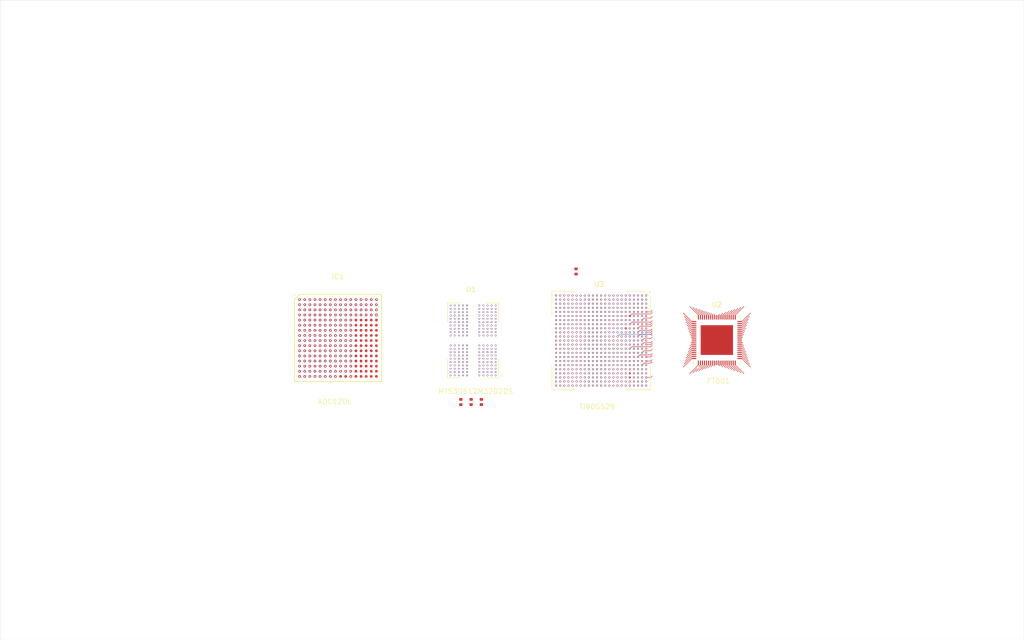
<source format=kicad_pcb>
(kicad_pcb (version 20241229) (generator "pcbnew") (generator_version "9.0")
  (layers (0 "F.Cu" signal) (4 "In1.Cu" signal) (6 "In2.Cu" signal) (8 "In3.Cu" signal) (10 "In4.Cu" signal) (12 "In5.Cu" signal) (14 "In6.Cu" signal) (16 "In7.Cu" signal) (18 "In8.Cu" signal) (2 "B.Cu" signal) (13 "F.Paste" user) (15 "B.Paste" user) (5 "F.SilkS" user "F.Silkscreen") (7 "B.SilkS" user "B.Silkscreen") (1 "F.Mask" user) (3 "B.Mask" user) (25 "Edge.Cuts" user))
  (net 0 "")
  (net 1 "unconnected-(IC1E-TMSTP+-PadD1)")
  (net 2 "unconnected-(IC1F-AGND_16-PadC6)")
  (net 3 "unconnected-(IC1F-AGND_37-PadN6)")
  (net 4 "unconnected-(IC1F-AGND_40-PadP3)")
  (net 6 "unconnected-(IC1F-VLVDS_3-PadH11)")
  (net 7 "unconnected-(IC1F-VA19_3-PadG5)")
  (net 8 "unconnected-(IC1F-VA19_14-PadK4)")
  (net 9 "unconnected-(IC1D-INA--PadA5)")
  (net 10 "unconnected-(IC1F-VA11_10-PadL5)")
  (net 12 "unconnected-(IC1F-AGND_47-PadR4)")
  (net 13 "unconnected-(IC1F-DGND_15-PadM7)")
  (net 14 "unconnected-(IC1F-VA11_7-PadF6)")
  (net 15 "unconnected-(IC1F-AGND_38-PadP1)")
  (net 16 "unconnected-(IC1E-ORB0-PadD8)")
  (net 17 "unconnected-(IC1F-AGND_41-PadP4)")
  (net 18 "unconnected-(IC1F-AGND_29-PadK1)")
  (net 19 "unconnected-(IC1F-DGND_16-PadN7)")
  (net 20 "unconnected-(IC1F-AGND_53-PadT3)")
  (net 21 "unconnected-(IC1F-AGND_17-PadC7)")
  (net 22 "unconnected-(IC1F-VA11_5-PadF4)")
  (net 23 "unconnected-(IC1F-AGND_45-PadR2)")
  (net 24 "unconnected-(IC1F-VA11_11-PadL6)")
  (net 25 "unconnected-(IC1E-SDO-PadN8)")
  (net 26 "unconnected-(IC1F-VA11_6-PadF5)")
  (net 28 "unconnected-(IC1E-TDIODE+-PadM2)")
  (net 29 "unconnected-(IC1F-DGND_5-PadF7)")
  (net 30 "unconnected-(IC1F-AGND_49-PadR6)")
  (net 31 "unconnected-(IC1F-AGND_6-PadB3)")
  (net 32 "unconnected-(IC1F-VA11_1-PadE4)")
  (net 33 "unconnected-(IC1F-VA19_5-PadH3)")
  (net 34 "unconnected-(IC1F-VA11_14-PadM6)")
  (net 35 "unconnected-(IC1F-VA11_9-PadL4)")
  (net 36 "unconnected-(IC1F-AGND_27-PadH2)")
  (net 38 "unconnected-(IC1F-VA19_1-PadG3)")
  (net 39 "unconnected-(IC1F-AGND_34-PadN3)")
  (net 40 "unconnected-(IC1E-SDI-PadP8)")
  (net 41 "unconnected-(IC1F-AGND_4-PadA6)")
  (net 42 "unconnected-(IC1F-AGND_10-PadB7)")
  (net 43 "unconnected-(IC1F-AGND_3-PadA3)")
  (net 44 "unconnected-(IC1F-AGND_2-PadA2)")
  (net 45 "unconnected-(IC1E-ORA0-PadB8)")
  (net 46 "unconnected-(IC1F-DGND_3-PadD7)")
  (net 47 "unconnected-(IC1F-AGND_8-PadB5)")
  (net 48 "unconnected-(IC1F-VA19_7-PadH5)")
  (net 49 "unconnected-(IC1D-INB+-PadT4)")
  (net 50 "unconnected-(IC1F-AGND_36-PadN5)")
  (net 51 "unconnected-(IC1E-CALSTAT-PadB1)")
  (net 52 "unconnected-(IC1F-AGND_35-PadN4)")
  (net 53 "unconnected-(IC1E-PD-PadR1)")
  (net 54 "unconnected-(IC1D-INB--PadT5)")
  (net 55 "unconnected-(IC1F-VA11_13-PadM5)")
  (net 56 "unconnected-(IC1F-AGND_12-PadC2)")
  (net 57 "unconnected-(IC1F-AGND_9-PadB6)")
  (net 58 "unconnected-(IC1F-AGND_54-PadT6)")
  (net 59 "unconnected-(IC1F-AGND_31-PadL1)")
  (net 60 "unconnected-(IC1F-VA19_9-PadJ3)")
  (net 61 "unconnected-(IC1F-DGND_13-PadK7)")
  (net 62 "unconnected-(IC1D-CLK--PadJ1)")
  (net 63 "unconnected-(IC1F-AGND_33-PadM3)")
  (net 64 "unconnected-(IC1F-AGND_32-PadL2)")
  (net 65 "unconnected-(IC1F-AGND_44-PadP7)")
  (net 67 "unconnected-(IC1F-AGND_20-PadD5)")
  (net 68 "unconnected-(IC1F-VA11_3-PadE6)")
  (net 69 "unconnected-(IC1F-VA11_2-PadE5)")
  (net 70 "unconnected-(IC1F-AGND_14-PadC4)")
  (net 71 "unconnected-(IC1F-DGND_8-PadH8)")
  (net 72 "unconnected-(IC1F-VLVDS_9-PadK11)")
  (net 75 "unconnected-(IC1F-AGND_23-PadF1)")
  (net 76 "unconnected-(IC1F-AGND_50-PadR7)")
  (net 77 "unconnected-(IC1E-SYNCSE-PadE2)")
  (net 78 "unconnected-(IC1F-VA19_15-PadK5)")
  (net 79 "unconnected-(IC1F-AGND_48-PadR5)")
  (net 80 "unconnected-(IC1F-AGND_26-PadG2)")
  (net 81 "unconnected-(IC1F-AGND_25-PadG1)")
  (net 82 "unconnected-(IC1F-VLVDS_1-PadG11)")
  (net 83 "unconnected-(IC1E-BG-PadD2)")
  (net 84 "unconnected-(IC1E-TDIODE--PadN2)")
  (net 85 "unconnected-(IC1F-VA19_10-PadJ4)")
  (net 86 "unconnected-(IC1F-AGND_28-PadJ2)")
  (net 87 "unconnected-(IC1F-DGND_6-PadG7)")
  (net 88 "unconnected-(IC1E-SCS-PadR8)")
  (net 89 "unconnected-(IC1F-AGND_7-PadB4)")
  (net 90 "unconnected-(IC1F-AGND_30-PadK2)")
  (net 91 "unconnected-(IC1F-VA19_8-PadH6)")
  (net 92 "unconnected-(IC1F-AGND_11-PadC1)")
  (net 93 "unconnected-(IC1F-AGND_43-PadP6)")
  (net 94 "unconnected-(IC1F-VA19_12-PadJ6)")
  (net 95 "unconnected-(IC1F-DGND_10-PadJ7)")
  (net 96 "unconnected-(IC1E-ORB1-PadC8)")
  (net 97 "unconnected-(IC1D-INA+-PadA4)")
  (net 98 "unconnected-(IC1F-VA19_11-PadJ5)")
  (net 99 "unconnected-(IC1F-VD11_5-PadL8)")
  (net 100 "unconnected-(IC1F-VA19_16-PadK6)")
  (net 101 "unconnected-(IC1D-CLK+-PadH1)")
  (net 102 "unconnected-(IC1F-VA19_6-PadH4)")
  (net 103 "unconnected-(U1C-VDD1-PadF1)")
  (net 104 "unconnected-(IC1F-AGND_5-PadA7)")
  (net 105 "unconnected-(IC1F-VD11_6-PadM8)")
  (net 106 "unconnected-(IC1F-VA11_12-PadM4)")
  (net 108 "unconnected-(U1C-VDD2-PadK1)")
  (net 109 "unconnected-(IC1F-AGND_24-PadF2)")
  (net 110 "unconnected-(IC1F-DGND_2-PadA16)")
  (net 111 "unconnected-(IC1F-DGND_7-PadH7)")
  (net 112 "unconnected-(IC1E-ORA1-PadA8)")
  (net 113 "unconnected-(IC1F-VA11_4-PadF3)")
  (net 114 "unconnected-(IC1F-AGND_15-PadC5)")
  (net 115 "unconnected-(IC1F-VD11_4-PadK8)")
  (net 116 "unconnected-(IC1F-AGND_19-PadD4)")
  (net 117 "unconnected-(IC1F-VA11_8-PadL3)")
  (net 118 "unconnected-(U1C-VDDQ-PadB3)")
  (net 119 "unconnected-(IC1F-VA19_13-PadK3)")
  (net 120 "unconnected-(U2B-RIDP-Pad35)")
  (net 121 "unconnected-(U2B-TODP-Pad32)")
  (net 122 "unconnected-(U2B-RREF-Pad27)")
  (net 123 "unconnected-(U2B-XO-Pad22)")
  (net 124 "unconnected-(U2B-XI-Pad21)")
  (net 125 "unconnected-(IC1E-CALTRIG-PadB2)")
  (net 127 "unconnected-(IC1F-AGND_55-PadT7)")
  (net 128 "unconnected-(IC1F-VA19_4-PadG6)")
  (net 129 "unconnected-(IC1F-AGND_1-PadA1)")
  (net 130 "unconnected-(IC1F-VD11_2-PadF8)")
  (net 131 "unconnected-(IC1E-SYSREF+-PadM1)")
  (net 132 "unconnected-(U2B-DM-Pad25)")
  (net 133 "unconnected-(IC1F-AGND_22-PadE3)")
  (net 134 "unconnected-(IC1F-DGND_1-PadA15)")
  (net 135 "unconnected-(IC1F-DGND_11-PadJ8)")
  (net 136 "unconnected-(IC1F-AGND_39-PadP2)")
  (net 137 "unconnected-(U2C-VCCIO-Pad14)")
  (net 138 "unconnected-(IC1F-DGND_4-PadE7)")
  (net 140 "unconnected-(IC1F-VD11_1-PadE8)")
  (net 141 "unconnected-(IC1F-VA19_2-PadG4)")
  (net 142 "unconnected-(U2B-DP-Pad23)")
  (net 143 "unconnected-(U2C-AVDD-Pad2)")
  (net 144 "unconnected-(IC1F-AGND_18-PadD3)")
  (net 145 "unconnected-(IC1F-VLVDS_6-PadJ11)")
  (net 146 "unconnected-(IC1E-TMSTP--PadE1)")
  (net 147 "unconnected-(IC1F-DGND_14-PadL7)")
  (net 148 "unconnected-(IC1F-AGND_42-PadP5)")
  (net 149 "unconnected-(IC1F-VD11_3-PadG8)")
  (net 150 "unconnected-(IC1F-AGND_46-PadR3)")
  (net 151 "unconnected-(IC1E-SCLK-PadT8)")
  (net 152 "unconnected-(IC1F-AGND_52-PadT2)")
  (net 153 "unconnected-(U2B-TODN-Pad31)")
  (net 154 "unconnected-(U2C-VBUS-Pad37)")
  (net 155 "unconnected-(IC1F-AGND_13-PadC3)")
  (net 156 "unconnected-(IC1F-AGND_21-PadD6)")
  (net 157 "unconnected-(U2B-RIDN-Pad34)")
  (net 158 "unconnected-(IC1F-AGND_51-PadT1)")
  (net 159 "unconnected-(IC1E-SYSREF--PadN1)")
  (net 160 "unconnected-(U1C-VDD1-PadG9)")
  (net 161 "unconnected-(U2C-VCC33-Pad20)")
  (net 162 "unconnected-(U2C-GND-Pad1)")
  (net 163 "unconnected-(U1D-VSS-PadD9)")
  (net 164 "unconnected-(U1C-VDD2-PadAB4)")
  (net 165 "unconnected-(U1D-VSS-PadW4)")
  (net 166 "unconnected-(U1D-VSS-PadG12)")
  (net 167 "unconnected-(U1D-VSS-PadV8)")
  (net 168 "unconnected-(U1C-VDD1-PadU1)")
  (net 169 "unconnected-(U1C-VDD2-PadR1)")
  (net 170 "unconnected-(U1D-VSS-PadT8)")
  (net 171 "unconnected-(U1D-VSS-PadG5)")
  (net 172 "unconnected-(U1D-VSS-PadV5)")
  (net 173 "unconnected-(U1E-DNU-PadAA12)")
  (net 174 "unconnected-(U1C-VDD2-PadN1)")
  (net 175 "unconnected-(U1E-NC-PadH3)")
  (net 176 "unconnected-(U1E-DNU-PadAB12)")
  (net 177 "unconnected-(U1D-VSS-PadW9)")
  (net 178 "unconnected-(U1D-VSS-PadK2)")
  (net 179 "unconnected-(U1D-VSS-PadP1)")
  (net 180 "unconnected-(U1C-VDD2-PadN3)")
  (net 181 "unconnected-(U1C-VDD1-PadU12)")
  (net 182 "unconnected-(U1C-VDD1-PadF12)")
  (net 183 "unconnected-(U1D-VSS-PadAB8)")
  (net 184 "unconnected-(U1E-NC-PadG11)")
  (net 185 "unconnected-(U1C-VDDQ-PadAA5)")
  (net 186 "unconnected-(U1E-NC-PadR3)")
  (net 187 "unconnected-(U1D-VSS-PadV12)")
  (net 188 "unconnected-(U1D-VSS-PadD4)")
  (net 189 "unconnected-(U1D-VSS-PadP12)")
  (net 190 "unconnected-(U1C-VDDQ-PadD1)")
  (net 191 "unconnected-(U1C-VDDQ-PadD5)")
  (net 192 "unconnected-(U1E-DNU-PadB1)")
  (net 193 "unconnected-(U1C-VDD2-PadA9)")
  (net 194 "unconnected-(U1C-VDDQ-PadW1)")
  (net 195 "unconnected-(U1C-VDD2-PadH1)")
  (net 196 "unconnected-(U1D-VSS-PadG8)")
  (net 197 "unconnected-(U1D-VSS-PadE1)")
  (net 198 "unconnected-(U1E-DNU-PadAA1)")
  (net 199 "unconnected-(U1D-VSS-PadG1)")
  (net 200 "unconnected-(U1D-VSS-PadT5)")
  (net 201 "unconnected-(U1E-DNU-PadA12)")
  (net 202 "unconnected-(U1C-VDD2-PadN10)")
  (net 203 "unconnected-(U1D-VSS-PadK4)")
  (net 204 "unconnected-(U1D-VSS-PadN2)")
  (net 205 "unconnected-(U1C-VDD2-PadK10)")
  (net 206 "unconnected-(U1D-VSS-PadW2)")
  (net 207 "unconnected-(U1C-VDD2-PadU8)")
  (net 208 "unconnected-(U1E-DNU-PadAB2)")
  (net 209 "unconnected-(U1C-VDD2-PadH12)")
  (net 210 "unconnected-(U1D-VSS-PadD11)")
  (net 211 "unconnected-(U1D-VSS-PadN4)")
  (net 212 "unconnected-(U1C-VDD2-PadF8)")
  (net 213 "unconnected-(U1C-VDDQ-PadB10)")
  (net 214 "unconnected-(U1C-VDD2-PadH8)")
  (net 215 "unconnected-(U1D-VSS-PadE5)")
  (net 216 "unconnected-(U1D-VSS-PadP3)")
  (net 217 "unconnected-(U1C-VDDQ-PadW8)")
  (net 218 "unconnected-(U1D-VSS-PadJ1)")
  (net 219 "unconnected-(U1C-VDD2-PadF5)")
  (net 220 "unconnected-(U1E-NC-PadP5)")
  (net 221 "unconnected-(U1D-VSS-PadW11)")
  (net 222 "unconnected-(U1E-NC-PadN8)")
  (net 223 "unconnected-(U1C-VDD2-PadH5)")
  (net 224 "unconnected-(U1C-VDD2-PadR12)")
  (net 225 "unconnected-(U1D-VSS-PadN11)")
  (net 226 "unconnected-(U1E-NC-PadJ5)")
  (net 227 "unconnected-(U1D-VSS-PadC12)")
  (net 228 "unconnected-(U1D-VSS-PadE12)")
  (net 229 "unconnected-(U1E-DNU-PadAB1)")
  (net 230 "unconnected-(U1D-VSS-PadA3)")
  (net 231 "unconnected-(U1D-VSS-PadK11)")
  (net 232 "unconnected-(U1C-VDDQ-PadAA8)")
  (net 233 "unconnected-(U1C-VDD2-PadA4)")
  (net 234 "unconnected-(U1D-VSS-PadAB5)")
  (net 235 "unconnected-(U1D-VSS-PadG3)")
  (net 236 "unconnected-(U1E-DNU-PadA1)")
  (net 237 "unconnected-(U1C-VDD2-PadU5)")
  (net 238 "unconnected-(U1C-VDDQ-PadB8)")
  (net 239 "unconnected-(U1C-VDD1-PadG4)")
  (net 240 "unconnected-(U1C-VDDQ-PadD12)")
  (net 241 "unconnected-(U1D-VSS-PadC1)")
  (net 242 "unconnected-(U1C-VDDQ-PadB5)")
  (net 243 "unconnected-(U1D-VSS-PadP10)")
  (net 244 "unconnected-(U1D-VSS-PadY12)")
  (net 245 "unconnected-(U1C-VDDQ-PadAA10)")
  (net 246 "unconnected-(U1D-VSS-PadT10)")
  (net 247 "unconnected-(U1D-VSS-PadD2)")
  (net 248 "unconnected-(U1D-VSS-PadC5)")
  (net 249 "unconnected-(U1D-VSS-PadA10)")
  (net 250 "unconnected-(U1E-DNU-PadB12)")
  (net 251 "unconnected-(U1D-VSS-PadJ3)")
  (net 252 "unconnected-(U1D-VSS-PadY5)")
  (net 253 "unconnected-(U1D-VSS-PadT1)")
  (net 254 "unconnected-(U1C-VDDQ-PadF10)")
  (net 255 "unconnected-(U1E-NC-PadK8)")
  (net 256 "unconnected-(U1E-NC-PadK5)")
  (net 257 "unconnected-(U1C-VDD1-PadT9)")
  (net 258 "unconnected-(U1D-VSS-PadV1)")
  (net 259 "unconnected-(U1C-VDDQ-PadU10)")
  (net 260 "unconnected-(U1E-DNU-PadA11)")
  (net 261 "unconnected-(U1C-VDD1-PadT4)")
  (net 262 "unconnected-(U1D-VSS-PadJ10)")
  (net 263 "unconnected-(U1C-VDD2-PadR8)")
  (net 264 "unconnected-(U1E-NC-PadA8)")
  (net 265 "unconnected-(U1C-VDDQ-PadF3)")
  (net 266 "unconnected-(U1C-VDDQ-PadW5)")
  (net 267 "unconnected-(U1C-VDD2-PadN12)")
  (net 268 "unconnected-(U1C-VDD2-PadAB9)")
  (net 269 "unconnected-(U1E-DNU-PadA2)")
  (net 270 "unconnected-(U1E-DNU-PadAB11)")
  (net 271 "unconnected-(U1D-VSS-PadE8)")
  (net 272 "unconnected-(U1D-VSS-PadC8)")
  (net 273 "unconnected-(U1D-VSS-PadN9)")
  (net 274 "unconnected-(U1E-NC-PadN5)")
  (net 275 "unconnected-(U1C-VDD2-PadR5)")
  (net 276 "unconnected-(U1D-VSS-PadAB3)")
  (net 277 "unconnected-(U1D-VSS-PadT3)")
  (net 278 "unconnected-(U1C-VDD2-PadK3)")
  (net 279 "unconnected-(U1D-VSS-PadY8)")
  (net 280 "unconnected-(U1D-VSS-PadAB10)")
  (net 281 "unconnected-(U1C-VDD2-PadK12)")
  (net 282 "unconnected-(U1D-VSS-PadK9)")
  (net 283 "unconnected-(U1C-VDDQ-PadW12)")
  (net 284 "unconnected-(U1D-VSS-PadG10)")
  (net 285 "unconnected-(U1D-VSS-PadJ12)")
  (net 286 "unconnected-(U1C-VDDQ-PadD8)")
  (net 287 "unconnected-(U1D-VSS-PadT12)")
  (net 288 "unconnected-(U1D-VSS-PadY1)")
  (net 289 "unconnected-(U1C-VDDQ-PadAA3)")
  (net 290 "unconnected-(U1C-VDDQ-PadU3)")
  (net 291 "Net-(U2A-DATA_13)")
  (net 292 "Net-(U2A-DATA_21)")
  (net 293 "Net-(U2A-~{RD})")
  (net 294 "Net-(U2A-~{WR})")
  (net 295 "Net-(U2A-GPIO1)")
  (net 296 "Net-(U2A-DATA_5)")
  (net 297 "Net-(U2A-DATA_19)")
  (net 298 "Net-(U2A-CLK)")
  (net 299 "Net-(U2A-~{WAKEUP})")
  (net 300 "Net-(U2A-BE_2)")
  (net 301 "Net-(U2A-GPIO0)")
  (net 302 "Net-(U2A-DATA_0)")
  (net 303 "Net-(U2A-DATA_29)")
  (net 304 "Net-(U2A-~{OE})")
  (net 305 "Net-(U2A-DATA_22)")
  (net 306 "Net-(U2A-BE_3)")
  (net 307 "Net-(U2A-DATA_25)")
  (net 308 "Net-(U2A-DATA_24)")
  (net 309 "Net-(U2A-DATA_10)")
  (net 310 "Net-(U2A-DATA_15)")
  (net 311 "Net-(U2A-DATA_20)")
  (net 312 "Net-(U2A-DATA_8)")
  (net 313 "Net-(U2A-DATA_31)")
  (net 314 "Net-(U2A-~{RESET})")
  (net 315 "Net-(U2A-DATA_16)")
  (net 316 "Net-(U2A-DATA_6)")
  (net 317 "Net-(U2A-DATA_4)")
  (net 318 "Net-(U2A-DATA_23)")
  (net 319 "Net-(U2A-DATA_2)")
  (net 320 "Net-(U2A-DATA_18)")
  (net 321 "Net-(U2A-~{TXE})")
  (net 322 "Net-(U2A-DATA_9)")
  (net 323 "Net-(U2A-DATA_28)")
  (net 324 "Net-(U2A-DATA_14)")
  (net 325 "Net-(U2A-DATA_11)")
  (net 326 "Net-(U2A-BE_0)")
  (net 327 "Net-(U2A-DATA_1)")
  (net 328 "Net-(U2A-DATA_17)")
  (net 329 "Net-(U2A-~{RXF})")
  (net 330 "Net-(U2A-DATA_30)")
  (net 331 "Net-(U2A-BE_1)")
  (net 332 "Net-(U2A-DATA_26)")
  (net 333 "Net-(U2A-DATA_12)")
  (net 334 "Net-(U2A-~{SIWU})")
  (net 335 "Net-(U2A-DATA_7)")
  (net 336 "Net-(U2A-DATA_3)")
  (net 337 "Net-(U2A-DATA_27)")
  (net 338 "unconnected-(U3F-auxout-PadG19)")
  (net 339 "unconnected-(U3I-GND-PadAC23)")
  (net 340 "unconnected-(U3I-GND-PadR9)")
  (net 341 "unconnected-(U3J-GPIOL_03_CLK24-PadW5)")
  (net 342 "unconnected-(U3J-GPIOT_P_23_PLLIN0-PadD23)")
  (net 343 "unconnected-(U3G-TDO-PadT4)")
  (net 344 "unconnected-(U3F-overrange[1]-PadD15)")
  (net 345 "unconnected-(U3F-lvdsin_trig-PadB2)")
  (net 346 "unconnected-(U3G-CDONE-PadT6)")
  (net 347 "unconnected-(U3I-GND-PadAB17)")
  (net 348 "unconnected-(U3H-VCC-PadN9)")
  (net 349 "unconnected-(U3H-VCCIO33_TL-PadU22)")
  (net 350 "unconnected-(U3I-GND-PadY6)")
  (net 351 "unconnected-(U3I-GND-PadY18)")
  (net 352 "unconnected-(U3H-VCCIO33_BL-PadV2)")
  (net 353 "unconnected-(U3F-boardout[4]-PadH12)")
  (net 354 "unconnected-(U3H-VCCA_TR-PadH16)")
  (net 355 "unconnected-(U3H-VDDQ_PHY-PadY11)")
  (net 356 "unconnected-(U3H-VDDQ_PHY-PadY13)")
  (net 357 "unconnected-(U3H-VDDQ_PHY-PadW12)")
  (net 358 "unconnected-(U3F-boardout[6]-PadA14)")
  (net 359 "unconnected-(U3G-REF_RES_2A-PadT22)")
  (net 360 "unconnected-(U3H-VCCIO3B-PadF12)")
  (net 361 "unconnected-(U3H-VCC-PadN11)")
  (net 362 "unconnected-(U3H-VCCA_BL-PadR7)")
  (net 363 "unconnected-(U3H-VDD_PHY-PadT14)")
  (net 364 "unconnected-(U3H-VCCIO33_BR-PadF8)")
  (net 365 "unconnected-(U3H-VDDPLL_MCB_TOP_PHY-PadU12)")
  (net 366 "unconnected-(U3H-VCC-PadU16)")
  (net 367 "unconnected-(U3I-GND-PadM13)")
  (net 368 "unconnected-(U3H-VDD_PHY-PadR14)")
  (net 369 "unconnected-(U3F-boardout[1]-PadF11)")
  (net 370 "unconnected-(U3H-VCCIO33_TL-PadU19)")
  (net 371 "unconnected-(U3I-GND-PadM11)")
  (net 372 "unconnected-(U3F-debugout[4]-PadD9)")
  (net 373 "unconnected-(U3I-GND-PadD22)")
  (net 374 "unconnected-(U3F-spics[5]-PadV22)")
  (net 375 "unconnected-(U3F-boardout[2]-PadA12)")
  (net 376 "unconnected-(U3F-boardin[2]-PadH14)")
  (net 377 "unconnected-(U3I-GND-PadY4)")
  (net 378 "unconnected-(U3I-GND-PadM3)")
  (net 379 "unconnected-(U3I-GND-PadN12)")
  (net 380 "unconnected-(U3H-VDDQ_PHY-PadY5)")
  (net 381 "unconnected-(U3H-VDD_PHY-PadP9)")
  (net 382 "unconnected-(U3H-VDDQX_PHY-PadU15)")
  (net 383 "unconnected-(U3F-boardin[3]-PadD14)")
  (net 384 "unconnected-(U3H-VCCIO33_TR-PadF16)")
  (net 385 "unconnected-(U3J-GPIOL_02-PadU3)")
  (net 386 "unconnected-(U3F-adc_clkout-PadU17)")
  (net 387 "unconnected-(U3I-GND-PadM1)")
  (net 388 "unconnected-(U3I-GND-PadU14)")
  (net 389 "unconnected-(U3F-LED[0]-PadU1)")
  (net 390 "unconnected-(U3E-DDR_CS_N[1]-PadW16)")
  (net 391 "unconnected-(U3F-boardout[5]-PadC12)")
  (net 392 "unconnected-(U3J-GPIOB_N_33_CDI30-PadA3)")
  (net 393 "unconnected-(U3H-VDD_PHY-PadT9)")
  (net 394 "unconnected-(U3F-debugout[6]-PadA6)")
  (net 395 "unconnected-(U3H-VCCIO4B-PadM5)")
  (net 396 "unconnected-(U3G-REF_RES_2B-PadK23)")
  (net 397 "unconnected-(U3J-GPIOT_P_33-PadF17)")
  (net 398 "unconnected-(U3I-GND-PadAB11)")
  (net 399 "unconnected-(U3H-VCCIO4A-PadG4)")
  (net 400 "unconnected-(U3I-GND-PadA23)")
  (net 401 "unconnected-(U3I-GND-PadV13)")
  (net 402 "unconnected-(U3H-VCCIO3C-PadB8)")
  (net 403 "unconnected-(U3H-VDDQX_PHY-PadV9)")
  (net 404 "unconnected-(U3F-lvdsout_trig_b_N-PadD20)")
  (net 405 "unconnected-(U3I-GND-PadAC20)")
  (net 406 "unconnected-(U3I-GND-PadN10)")
  (net 407 "unconnected-(U3I-GND-PadM23)")
  (net 408 "unconnected-(U3F-debugout[11]-PadA11)")
  (net 409 "unconnected-(U3I-GND-PadM9)")
  (net 410 "unconnected-(U3G-TDI-PadU6)")
  (net 411 "unconnected-(U3I-GND-PadA19)")
  (net 412 "unconnected-(U3J-GPIOT_N_34-PadG18)")
  (net 413 "unconnected-(U3J-GPIOL_00_PLLIN1-PadV6)")
  (net 414 "unconnected-(U3J-GPIOB_P_32_CDI28-PadC4)")
  (net 415 "unconnected-(U3H-VDD_PHY-PadP11)")
  (net 416 "unconnected-(U3F-lockinfo[0]-PadC17)")
  (net 417 "unconnected-(U3I-GND-PadB3)")
  (net 418 "unconnected-(U3I-GND-PadY22)")
  (net 419 "unconnected-(U3H-VDDQX_PHY-PadV14)")
  (net 420 "unconnected-(U3I-GND-PadAB7)")
  (net 421 "unconnected-(U3F-ext_clkin-PadC5)")
  (net 422 "unconnected-(U3H-VDDQ_PHY-PadY3)")
  (net 423 "unconnected-(U3F-lvdsout_clk-PadF19)")
  (net 424 "unconnected-(U3I-GND-PadH1)")
  (net 425 "unconnected-(U3I-GND-PadP13)")
  (net 426 "unconnected-(U3I-GND-PadD19)")
  (net 427 "unconnected-(U3I-GND-PadU11)")
  (net 428 "unconnected-(U3F-exttrigin-PadF5)")
  (net 429 "unconnected-(U3I-GND-PadV17)")
  (net 430 "unconnected-(U3H-VCCIO3B-PadF14)")
  (net 431 "unconnected-(U3I-GND-PadL10)")
  (net 432 "unconnected-(U3G-REF_RES_2C-PadA22)")
  (net 433 "unconnected-(U3H-VDD_PHY-PadT15)")
  (net 434 "unconnected-(U3I-GND-PadA1)")
  (net 435 "unconnected-(U3F-spi_clk-PadV18)")
  (net 436 "unconnected-(U3H-VCC-PadJ11)")
  (net 437 "unconnected-(U3F-lockinfo[2]-PadA20)")
  (net 438 "unconnected-(U3I-GND-PadN8)")
  (net 439 "unconnected-(U3H-VCCIO2C-PadH17)")
  (net 440 "unconnected-(U3H-VCCIO4C-PadP4)")
  (net 441 "unconnected-(U3H-VDDQX_PHY-PadU10)")
  (net 442 "unconnected-(U3J-GPIOB_N_34-PadG5)")
  (net 443 "unconnected-(U3H-VCCIO4B-PadM8)")
  (net 444 "unconnected-(U3I-GND-PadR15)")
  (net 445 "unconnected-(U3I-GND-PadD10)")
  (net 446 "unconnected-(U3H-VDDQ_PHY-PadAB18)")
  (net 447 "unconnected-(U3I-GND-PadT21)")
  (net 448 "unconnected-(U3H-VCC-PadJ13)")
  (net 449 "unconnected-(U3H-VDDQ_PHY-PadW7)")
  (net 450 "unconnected-(U3J-GPIOB_P_33_CDI31-PadA4)")
  (net 451 "unconnected-(U3I-GND-PadB21)")
  (net 452 "unconnected-(U3H-VDDQ_PHY-PadAB10)")
  (net 453 "unconnected-(U3I-GND-PadAB13)")
  (net 454 "unconnected-(U3H-VCC-PadK14)")
  (net 455 "unconnected-(U3J-GPIOL_44-PadW20)")
  (net 456 "unconnected-(U3I-GND-PadN14)")
  (net 457 "unconnected-(U3J-GPIOL_21-PadV5)")
  (net 458 "unconnected-(U3I-GND-PadB6)")
  (net 459 "unconnected-(U3H-VDD_PHY-PadT10)")
  (net 460 "unconnected-(U3I-GND-PadV10)")
  (net 461 "unconnected-(U3H-VCC-PadN15)")
  (net 462 "unconnected-(U3F-debugout[0]-PadC8)")
  (net 463 "unconnected-(U3I-GND-PadK9)")
  (net 464 "unconnected-(U3I-GND-PadV15)")
  (net 465 "unconnected-(U3H-VCCIO4C-PadP2)")
  (net 466 "unconnected-(U3F-debugout[5]-PadC6)")
  (net 467 "unconnected-(U3F-debugout[8]-PadF10)")
  (net 468 "unconnected-(U3F-debugout[10]-PadH10)")
  (net 469 "unconnected-(U3I-GND-PadAB22)")
  (net 470 "unconnected-(U3I-GND-PadJ19)")
  (net 471 "unconnected-(U3I-GND-PadB14)")
  (net 472 "unconnected-(U3I-GND-PadY16)")
  (net 473 "unconnected-(U3H-VCCAUX-PadR16)")
  (net 474 "unconnected-(U3F-lvdsin_trig_b-PadD5)")
  (net 475 "unconnected-(U3H-VCC-PadJ9)")
  (net 476 "unconnected-(U3I-GND-PadB11)")
  (net 477 "unconnected-(U3I-GND-PadY10)")
  (net 478 "unconnected-(U3H-VCC-PadJ15)")
  (net 479 "unconnected-(U3H-VCCIO33_BL-PadU4)")
  (net 480 "unconnected-(U3F-lvdsout_trig-PadC21)")
  (net 481 "unconnected-(U3G-REF_RES_3C-PadD6)")
  (net 482 "unconnected-(U3F-boardout[3]-PadE12)")
  (net 483 "unconnected-(U3H-VDDQ_PHY-PadY19)")
  (net 484 "unconnected-(U3J-GPIOL_41-PadW23)")
  (net 485 "unconnected-(U3G-REF_RES_3A-PadE18)")
  (net 486 "unconnected-(U3H-VCCA_BR-PadJ8)")
  (net 487 "unconnected-(U3H-VDD_PHY-PadP12)")
  (net 488 "unconnected-(U3F-LED[2]-PadV3)")
  (net 489 "unconnected-(U3F-spics[4]-PadV21)")
  (net 490 "unconnected-(U3I-GND-PadV7)")
  (net 491 "unconnected-(U3I-GND-PadJ12)")
  (net 492 "unconnected-(U3H-VCC-PadN13)")
  (net 493 "unconnected-(U3H-VCCIO2C-PadK16)")
  (net 494 "unconnected-(U3F-lvdsout_spare-PadH19)")
  (net 495 "unconnected-(U3F-lvdsin_clk_N-PadE3)")
  (net 496 "unconnected-(U3H-VDDQ_PHY-PadY21)")
  (net 497 "unconnected-(U3I-GND-PadR12)")
  (net 498 "unconnected-(U3I-GND-PadK15)")
  (net 499 "unconnected-(U3G-REF_RES_4A-PadB5)")
  (net 500 "unconnected-(U3H-VCCIO2B-PadH21)")
  (net 501 "unconnected-(U3I-GND-PadAA19)")
  (net 502 "unconnected-(U3I-GND-PadAB2)")
  (net 503 "unconnected-(U3G-REF_RES_4B-PadJ1)")
  (net 504 "unconnected-(U3I-GND-PadY20)")
  (net 505 "unconnected-(U3I-GND-PadT17)")
  (net 506 "unconnected-(U3H-VCCIO2B-PadK22)")
  (net 507 "unconnected-(U3F-spics[2]-PadU20)")
  (net 508 "unconnected-(U3H-VCCAUX-PadK8)")
  (net 509 "unconnected-(U3H-VDDQ_CK_PHY-PadT12)")
  (net 510 "unconnected-(U3F-lvdsin_spare_N-PadH6)")
  (net 511 "unconnected-(U3F-debugout[7]-PadE7)")
  (net 512 "unconnected-(U3F-spics[0]-PadV19)")
  (net 513 "unconnected-(U3F-lvdsin_trig_b_N-PadE5)")
  (net 514 "unconnected-(U3F-lvdsin_spare-PadG6)")
  (net 515 "unconnected-(U3J-GPIOL_42-PadW21)")
  (net 516 "unconnected-(U3I-GND-PadAB5)")
  (net 517 "unconnected-(U3I-GND-PadAC1)")
  (net 518 "unconnected-(U3I-GND-PadY2)")
  (net 519 "unconnected-(U3I-GND-PadP10)")
  (net 520 "unconnected-(U3H-VCCIO3B-PadD13)")
  (net 521 "unconnected-(U3H-VCCIO2C-PadF18)")
  (net 522 "unconnected-(U3H-VCC-PadL13)")
  (net 523 "unconnected-(U3H-VCCIO4A-PadF6)")
  (net 524 "unconnected-(U3H-VCCIO4B-PadK7)")
  (net 525 "unconnected-(U3H-VCC-PadM14)")
  (net 526 "unconnected-(U3I-GND-PadK13)")
  (net 527 "unconnected-(U3H-VCCIO2A-PadP22)")
  (net 528 "unconnected-(U3H-VCCIO2A-PadR20)")
  (net 529 "unconnected-(U3J-GPIOT_N_23-PadC23)")
  (net 530 "unconnected-(U3H-VCC-PadL9)")
  (net 531 "unconnected-(U3G-REF_RES_4C-PadT2)")
  (net 532 "unconnected-(U3I-GND-PadF20)")
  (net 533 "unconnected-(U3G-REF_RES_3B-PadC14)")
  (net 534 "unconnected-(U3I-GND-PadJ10)")
  (net 535 "unconnected-(U3F-LED[3]-PadW3)")
  (net 536 "unconnected-(U3F-boardin[1]-PadE13)")
  (net 537 "unconnected-(U3F-spi_mosi-PadT19)")
  (net 538 "unconnected-(U3F-boardin[6]-PadB20)")
  (net 539 "unconnected-(U3J-GPIOL_05_CLK26-PadT3)")
  (net 540 "unconnected-(U3F-ddr_pllin-PadU18)")
  (net 541 "unconnected-(U3I-GND-PadJ14)")
  (net 542 "unconnected-(U3H-VCC-PadK10)")
  (net 543 "unconnected-(U3E-DDR_CS_N[3]-PadY17)")
  (net 544 "unconnected-(U3F-lvdsin_clk-PadE2)")
  (net 545 "unconnected-(U3F-main_pllin-PadW4)")
  (net 546 "unconnected-(U3H-VDD_PHY-PadP14)")
  (net 547 "unconnected-(U3H-VCCIO2A-PadP17)")
  (net 548 "unconnected-(U3F-boardin[7]-PadH9)")
  (net 549 "unconnected-(U3H-VDD_PHY-PadR13)")
  (net 550 "unconnected-(U3I-GND-PadY14)")
  (net 551 "unconnected-(U3H-VDDQX_PHY-PadV12)")
  (net 552 "unconnected-(U3H-VDD_PHY-PadR10)")
  (net 553 "unconnected-(U3J-GPIOB_N_32_CDI29-PadB4)")
  (net 554 "unconnected-(U3I-GND-PadM20)")
  (net 555 "unconnected-(U3I-GND-PadL14)")
  (net 556 "unconnected-(U3F-spics[1]-PadT18)")
  (net 557 "unconnected-(U3J-GPIOL_36_PLLIN1-PadU23)")
  (net 558 "unconnected-(U3F-boardin[4]-PadA7)")
  (net 559 "unconnected-(U3I-GND-PadK2)")
  (net 560 "unconnected-(U3F-spics[6]-PadU21)")
  (net 561 "unconnected-(U3H-VQPS-PadU7)")
  (net 562 "unconnected-(U3H-VDD_PHY-PadR11)")
  (net 563 "unconnected-(U3F-debugout[9]-PadB10)")
  (net 564 "unconnected-(U3H-VCCIO3A-PadD16)")
  (net 565 "unconnected-(U3J-GPIOL_01-PadW6)")
  (net 566 "unconnected-(U3I-GND-PadAC15)")
  (net 567 "unconnected-(U3I-GND-PadH23)")
  (net 568 "unconnected-(U3I-GND-PadK5)")
  (net 569 "unconnected-(U3H-VCCAUX-PadR8)")
  (net 570 "unconnected-(U3F-lvdsout_spare_N-PadH18)")
  (net 571 "unconnected-(U3I-GND-PadL12)")
  (net 572 "unconnected-(U3H-VDDQX_PHY-PadU9)")
  (net 573 "unconnected-(U3F-overrange[3]-PadA18)")
  (net 574 "unconnected-(U3F-lockinfo[1]-PadC18)")
  (net 575 "unconnected-(U3F-lvdsout_trig_b-PadD21)")
  (net 576 "unconnected-(U3J-GPIOL_43-PadW19)")
  (net 577 "unconnected-(U3F-boardin[5]-PadB19)")
  (net 578 "unconnected-(U3J-GPIOT_N_33-PadG17)")
  (net 579 "unconnected-(U3I-GND-PadP16)")
  (net 580 "unconnected-(U3H-VCC-PadT16)")
  (net 581 "unconnected-(U3F-fan_out-PadW2)")
  (net 582 "unconnected-(U3G-TCK-PadU5)")
  (net 583 "unconnected-(U3H-VCC-PadL15)")
  (net 584 "unconnected-(U3F-debugout[3]-PadB9)")
  (net 585 "unconnected-(U3J-GPIOL_40-PadW22)")
  (net 586 "unconnected-(U3F-neo_led-PadV4)")
  (net 587 "unconnected-(U3I-GND-PadT7)")
  (net 588 "unconnected-(U3J-GPIOL_04_CLK25-PadU2)")
  (net 589 "unconnected-(U3I-GND-PadAC4)")
  (net 590 "unconnected-(U3F-spics[7]-PadV20)")
  (net 591 "unconnected-(U3H-VCC-PadT8)")
  (net 592 "unconnected-(U3F-overrange[2]-PadB16)")
  (net 593 "unconnected-(U3H-VCCIO4C-PadN7)")
  (net 594 "unconnected-(U3I-GND-PadH7)")
  (net 595 "unconnected-(U3H-VCCIO3A-PadB17)")
  (net 596 "unconnected-(U3H-VCCIO2B-PadM17)")
  (net 597 "unconnected-(U3H-VDDQ_PHY-PadAB14)")
  (net 598 "unconnected-(U3I-GND-PadY12)")
  (net 599 "unconnected-(U3H-VCCIO4A-PadD4)")
  (net 600 "unconnected-(U3I-GND-PadF2)")
  (net 601 "unconnected-(U3I-GND-PadH4)")
  (net 602 "unconnected-(U3H-VDD_PHY-PadP15)")
  (net 603 "unconnected-(U3F-spi_miso-PadT20)")
  (net 604 "unconnected-(U3H-VDD_PHY-PadT11)")
  (net 605 "unconnected-(U3G-TMS-PadT5)")
  (net 606 "unconnected-(U3I-GND-PadD1)")
  (net 607 "unconnected-(U3H-VDDQ_PHY-PadAB6)")
  (net 608 "unconnected-(U3H-VDDQX_PHY-PadV11)")
  (net 609 "unconnected-(U3I-GND-PadF22)")
  (net 610 "unconnected-(U3H-VCC-PadK12)")
  (net 611 "unconnected-(U3I-GND-PadM15)")
  (net 612 "unconnected-(U3E-DDR_CKE[1]-PadAA13)")
  (net 613 "unconnected-(U3F-lvdsout_clk_N-PadE19)")
  (net 614 "unconnected-(U3H-VDDQ_PHY-PadY23)")
  (net 615 "unconnected-(U3I-GND-PadT1)")
  (net 616 "unconnected-(U3H-VDD_PHY-PadT13)")
  (net 617 "unconnected-(U3I-GND-PadY8)")
  (net 618 "unconnected-(U3H-VDDQ_PHY-PadY1)")
  (net 619 "unconnected-(U3H-VCCIO3C-PadD7)")
  (net 620 "unconnected-(U3F-spics[3]-PadV23)")
  (net 621 "unconnected-(U3F-overrange[0]-PadA15)")
  (net 622 "unconnected-(U3J-GPIOL_06_CLK27-PadV1)")
  (net 623 "unconnected-(U3I-GND-PadAC9)")
  (net 624 "unconnected-(U3F-lockinfo[3]-PadD18)")
  (net 625 "unconnected-(U3F-debugout[1]-PadD8)")
  (net 626 "unconnected-(U3F-lvdsout_trig_N-PadC22)")
  (net 627 "unconnected-(U3F-boardout[0]-PadD11)")
  (net 628 "unconnected-(U3F-boardin[0]-PadC13)")
  (net 629 "unconnected-(U3H-VCCIO3B-PadG10)")
  (net 630 "unconnected-(U3H-VCC-PadL11)")
  (net 631 "unconnected-(U3F-lvdsin_trig_N-PadA2)")
  (net 632 "unconnected-(U3F-boardout[7]-PadG13)")
  (net 633 "unconnected-(U3F-LED[1]-PadW1)")
  (net 634 "unconnected-(U3I-GND-PadT23)")
  (net 635 "unconnected-(U3G-CRESET_N-PadR6)")
  (net 636 "unconnected-(U3H-VCC-PadM12)")
  (net 637 "unconnected-(U3F-debugout[2]-PadA9)")
  (net 638 "unconnected-(U3H-VCCAUX-PadJ16)")
  (net 639 "unconnected-(U3H-VDDQ_PHY-PadW18)")
  (net 640 "unconnected-(U3H-VCC-PadM10)")
  (net 641 "unconnected-(U3H-VDDQX_PHY-PadU13)")
  (net 642 "unconnected-(U3H-VCCA_TL-PadR17)")
  (net 643 "unconnected-(U3I-GND-PadK11)")
  (net 644 "unconnected-(U3H-VCC-PadU8)")
  (net 645 "Net-(U1A-DQ0_B)")
  (net 646 "Net-(U1A-DQ13_B)")
  (net 647 "Net-(U1A-DQ1_A)")
  (net 648 "Net-(U1A-DQ0_A)")
  (net 649 "Net-(U1A-DQ10_B)")
  (net 650 "Net-(U1A-DQ1_B)")
  (net 651 "Net-(U1A-DQ5_B)")
  (net 652 "Net-(U1A-DQ6_B)")
  (net 653 "Net-(U1A-DQ15_A)")
  (net 654 "Net-(U1A-DQ12_A)")
  (net 655 "Net-(U1A-DQ9_A)")
  (net 656 "Net-(U1A-DQ14_A)")
  (net 657 "Net-(U1A-DQ2_A)")
  (net 658 "Net-(U1A-DQ11_B)")
  (net 659 "Net-(U1A-DQ7_A)")
  (net 660 "Net-(U1A-DQS0_c_A)")
  (net 661 "Net-(U1A-DQ6_A)")
  (net 662 "Net-(U1A-DMI0_B)")
  (net 663 "Net-(U1A-DQ8_A)")
  (net 664 "Net-(U1A-DQS1_t_B)")
  (net 665 "Net-(U1A-DQ3_A)")
  (net 666 "Net-(U1A-DQS0_t_B)")
  (net 667 "Net-(U1A-DMI0_A)")
  (net 668 "Net-(U1A-DQ11_A)")
  (net 669 "Net-(U1A-DQ3_B)")
  (net 670 "Net-(U1A-DQ15_B)")
  (net 671 "Net-(U1A-DMI1_B)")
  (net 672 "Net-(U1A-DQS1_c_B)")
  (net 673 "Net-(U1A-DQ4_B)")
  (net 674 "Net-(U1A-DQ7_B)")
  (net 675 "Net-(U1A-DQ10_A)")
  (net 676 "Net-(U1A-DQ4_A)")
  (net 677 "Net-(U1B-CS0_A)")
  (net 678 "Net-(U1A-DQ14_B)")
  (net 679 "Net-(U1A-DQ8_B)")
  (net 680 "Net-(U1A-DQS0_c_B)")
  (net 681 "Net-(U1A-DQ13_A)")
  (net 682 "Net-(U1A-DQ2_B)")
  (net 683 "Net-(U1A-DMI1_A)")
  (net 684 "Net-(U1A-DQ9_B)")
  (net 685 "Net-(U1A-DQS0_t_A)")
  (net 686 "Net-(U1A-DQS1_c_A)")
  (net 687 "Net-(U1A-DQ12_B)")
  (net 688 "Net-(U1A-DQ5_A)")
  (net 689 "Net-(U1A-DQS1_t_A)")
  (net 690 "GND")
  (net 691 "Net-(U3E-DDR_CAL)")
  (net 693 "Net-(U1B-ZQ0)")
  (net 694 "/fpga_ddr/1V1")
  (net 695 "Net-(U1B-ODT_CA_A)")
  (net 696 "Net-(U1B-ODT_CA_B)")
  (net 697 "Net-(U1B-CA5_A)")
  (net 698 "Net-(U1B-CKE0_A)")
  (net 699 "Net-(U1B-RESET_n)")
  (net 700 "Net-(U1B-CA4_A)")
  (net 701 "Net-(U1B-CA0_A)")
  (net 702 "Net-(U1B-CA1_A)")
  (net 703 "Net-(U1B-CA3_A)")
  (net 704 "Net-(U1B-CA2_A)")
  (net 705 "Net-(U1B-CS0_B)")
  (net 706 "Net-(U1B-CK_t_A)")
  (net 707 "Net-(U1B-CK_c_A)")
  (net 708 "unconnected-(U2C-VD10-Pad3)")
  (net 709 "unconnected-(U2C-VCC33-Pad38)")
  (net 710 "unconnected-(U2C-DV10-Pad39)")
  (net 711 "unconnected-(U2C-GND-Pad29)")
  (net 712 "unconnected-(U2C-VD10-Pad30)")
  (net 713 "unconnected-(U2C-VD10-Pad48)")
  (net 714 "unconnected-(U2C-GND-Pad26)")
  (net 715 "unconnected-(U2C-VCC33-Pad24)")
  (net 717 "unconnected-(U2C-VDDA-Pad28)")
  (net 718 "unconnected-(U2C-GND-Pad36)")
  (net 719 "unconnected-(U2C-GND-Pad19)")
  (net 720 "unconnected-(U2C-VCCIO-Pad59)")
  (net 721 "unconnected-(U2C-VCCIO-Pad68)")
  (net 722 "unconnected-(U2C-VD10-Pad33)")
  (net 723 "unconnected-(U2C-VCCIO-Pad49)")
  (net 724 "/fpga_adc/lvds_rx1_1_P")
  (net 725 "/fpga_adc/lvds_rx1_1_N")
  (net 726 "/fpga_adc/lvds_rx3_1_P")
  (net 727 "/fpga_adc/lvds_rx3_1_N")
  (net 728 "unconnected-(U3J-NC-PadW10)")
  (net 729 "unconnected-(U3J-NC-PadV16)")
  (net 730 "unconnected-(U3J-NC-PadW13)")
  (net 731 "unconnected-(U3J-NC-PadW14)")
  (net 732 "unconnected-(U3J-NC-PadW15)")
  (net 733 "unconnected-(U3J-NC-PadW11)")
  (net 734 "/fpga_adc/lvds_rx4_9_N")
  (net 735 "/fpga_adc/lvds_rx1_3_N")
  (net 736 "/fpga_adc/lvds_rx1_7_P")
  (net 737 "/fpga_adc/lvds_rx4_2_N")
  (net 738 "/fpga_adc/lvds_rx4_8_N")
  (net 739 "/fpga_adc/lvds_rx1_9_N")
  (net 740 "/fpga_adc/lvds_rx2_7_N")
  (net 741 "/fpga_adc/lvds_rx2_2_P")
  (net 742 "/fpga_adc/lvds_rx1_6_N")
  (net 743 "/fpga_adc/lvds_rx2_8_N")
  (net 744 "/fpga_adc/lvds_rx2_1_N")
  (net 745 "/fpga_adc/lvds_rx1_5_N")
  (net 746 "/fpga_adc/lvds_rx1_10_P")
  (net 747 "/fpga_adc/lvds_rx2_5_P")
  (net 748 "/fpga_adc/lvds_rx3_2_P")
  (net 749 "/fpga_adc/lvds_rx1_10_N")
  (net 750 "/fpga_adc/lvds_rx2_3_N")
  (net 751 "/fpga_adc/lvds_rx4_4_N")
  (net 752 "/fpga_adc/lvds_rx1_5_P")
  (net 753 "/fpga_adc/lvds_rx4_13_N")
  (net 754 "/fpga_adc/lvds_rx1_7_N")
  (net 755 "/fpga_adc/lvds_rx3_10_P")
  (net 756 "/fpga_adc/lvds_rx3_11_N")
  (net 757 "/fpga_adc/lvds_rx4_10_P")
  (net 758 "/fpga_adc/lvds_rx1_9_P")
  (net 759 "/fpga_adc/lvds_rx3_6_N")
  (net 760 "/fpga_adc/lvds_rx1_13_P")
  (net 761 "/fpga_adc/lvds_rx2_12_P")
  (net 762 "/fpga_adc/lvds_rx3_11_P")
  (net 763 "/fpga_adc/lvds_rx4_6_P")
  (net 764 "/fpga_adc/lvds_rx3_5_P")
  (net 765 "/fpga_adc/lvds_rx1_2_P")
  (net 766 "/fpga_adc/lvds_rx4_13_P")
  (net 767 "/fpga_adc/lvds_rx2_12_N")
  (net 768 "/fpga_adc/lvds_rx2_11_P")
  (net 769 "/fpga_adc/lvds_rx1_12_P")
  (net 770 "/fpga_adc/lvds_rx2_10_N")
  (net 771 "/fpga_adc/lvds_rx_top_clkin2_P")
  (net 772 "/fpga_adc/lvds_rx3_3_N")
  (net 773 "/fpga_adc/lvds_rx4_6_N")
  (net 774 "/fpga_adc/lvds_rx4_8_P")
  (net 775 "/fpga_adc/lvds_rx3_9_P")
  (net 776 "/fpga_adc/lvds_rx3_8_N")
  (net 777 "/fpga_adc/lvds_rx1_2_N")
  (net 778 "/fpga_adc/lvds_rx4_7_N")
  (net 779 "/fpga_adc/lvds_rx_top_clkin1_P")
  (net 780 "/fpga_adc/lvds_rx1_8_P")
  (net 781 "/fpga_adc/lvds_rx2_9_N")
  (net 782 "/fpga_adc/lvds_rx2_1_P")
  (net 783 "/fpga_adc/lvds_rx3_10_N")
  (net 784 "/fpga_adc/lvds_rx1_13_N")
  (net 785 "/fpga_adc/lvds_rx3_5_N")
  (net 786 "/fpga_adc/lvds_rx2_7_P")
  (net 787 "/fpga_adc/lvds_rx4_10_N")
  (net 788 "/fpga_adc/lvds_rx2_4_P")
  (net 789 "/fpga_adc/lvds_rx3_3_P")
  (net 790 "/fpga_adc/lvds_rx3_7_N")
  (net 791 "/fpga_adc/lvds_rx4_2_P")
  (net 792 "/fpga_adc/lvds_rx2_2_N")
  (net 793 "/fpga_adc/lvds_rx2_10_P")
  (net 794 "/fpga_adc/lvds_rx4_9_P")
  (net 795 "/fpga_adc/lvds_rx4_4_P")
  (net 796 "/fpga_adc/lvds_rx4_11_P")
  (net 797 "/fpga_adc/lvds_rx1_12_N")
  (net 798 "/fpga_adc/lvds_rx1_11_N")
  (net 799 "/fpga_adc/lvds_rx3_12_P")
  (net 800 "/fpga_adc/lvds_rx1_11_P")
  (net 801 "/fpga_adc/lvds_rx4_11_N")
  (net 802 "/fpga_adc/lvds_rx_top_clkin4_N")
  (net 803 "/fpga_adc/lvds_rx4_3_N")
  (net 804 "/fpga_adc/lvds_rx2_9_P")
  (net 805 "/fpga_adc/lvds_rx3_4_N")
  (net 806 "/fpga_adc/lvds_rx_top_clkin3_P")
  (net 807 "/fpga_adc/lvds_rx1_8_N")
  (net 808 "/fpga_adc/lvds_rx3_2_N")
  (net 809 "/fpga_adc/lvds_rx_top_clkin1_N")
  (net 810 "/fpga_adc/lvds_rx2_3_P")
  (net 811 "/fpga_adc/lvds_rx1_4_P")
  (net 812 "/fpga_adc/lvds_rx2_8_P")
  (net 813 "/fpga_adc/lvds_rx1_4_N")
  (net 814 "/fpga_adc/lvds_rx2_5_N")
  (net 815 "/fpga_adc/lvds_rx4_5_P")
  (net 816 "/fpga_adc/lvds_rx_top_clkin2_N")
  (net 817 "/fpga_adc/lvds_rx2_6_N")
  (net 818 "/fpga_adc/lvds_rx3_13_N")
  (net 819 "/fpga_adc/lvds_rx3_13_P")
  (net 820 "/fpga_adc/lvds_rx4_7_P")
  (net 821 "/fpga_adc/lvds_rx4_3_P")
  (net 822 "/fpga_adc/lvds_rx4_1_P")
  (net 823 "/fpga_adc/lvds_rx_top_clkin3_N")
  (net 824 "/fpga_adc/lvds_rx_top_clkin4_P")
  (net 825 "/fpga_adc/lvds_rx3_6_P")
  (net 826 "/fpga_adc/lvds_rx2_13_P")
  (net 827 "/fpga_adc/lvds_rx4_12_N")
  (net 828 "/fpga_adc/lvds_rx3_9_N")
  (net 829 "/fpga_adc/lvds_rx3_8_P")
  (net 830 "/fpga_adc/lvds_rx2_11_N")
  (net 831 "/fpga_adc/lvds_rx4_5_N")
  (net 832 "/fpga_adc/lvds_rx3_4_P")
  (net 833 "/fpga_adc/lvds_rx4_12_P")
  (net 834 "/fpga_adc/lvds_rx1_3_P")
  (net 835 "/fpga_adc/lvds_rx1_6_P")
  (net 836 "/fpga_adc/lvds_rx3_12_N")
  (net 837 "/fpga_adc/lvds_rx2_13_N")
  (net 838 "/fpga_adc/lvds_rx3_7_P")
  (net 839 "/fpga_adc/lvds_rx2_6_P")
  (net 840 "/fpga_adc/lvds_rx4_1_N")
  (net 841 "/fpga_adc/lvds_rx2_4_N")
  (footprint "ADC12DL:BGA256C100P16X16_1700X1700X331" (layer "F.Cu") (at 144 102.5)
    (property "Reference" "IC1")
    (property "Value" "ADC12DL500ACF_Aligned" (hide yes))
  )
  (footprint "G529:BGA-529_23x23_19.0x19.0mm" (layer "F.Cu") (at 195.4 103 -90)
    (property "Reference" "U3")
    (property "Value" "Ti90G529_Functions" (hide yes))
  )
  (footprint "MT53D512M32D2DS-053 WT_D:IC_MT53D512M16D1DS-046_WT_D" (layer "F.Cu") (at 170.4 102.975 180)
    (property "Reference" "U1")
    (property "Value" "MT53D512M16D1DS_Aligned" (hide yes))
  )
  (footprint "Resistor_SMD:R_0402_1005Metric" (layer "F.Cu") (at 170 115 -90)
    (property "Reference" "R3" (hide yes))
    (property "Value" "240" (hide yes))
  )
  (footprint "Resistor_SMD:R_0402_1005Metric" (layer "F.Cu") (at 190.5 89.5 90)
    (property "Reference" "R1" (hide yes))
    (property "Value" "240" (hide yes))
  )
  (footprint "Package_DFN_QFN:QFN-76-1EP_9x9mm_P0.4mm_EP5.81x6.31mm" (layer "F.Cu") (at 218 102.9 90)
    (property "Reference" "U2")
    (property "Value" "FT601Q_Aligned" (hide yes))
  )
  (footprint "Resistor_SMD:R_0402_1005Metric" (layer "F.Cu") (at 168 115 -90)
    (property "Reference" "R4" (hide yes))
    (property "Value" "240" (hide yes))
  )
  (footprint "Resistor_SMD:R_0402_1005Metric" (layer "F.Cu") (at 172 115 -90)
    (property "Reference" "R2" (hide yes))
    (property "Value" "240" (hide yes))
  )
  (gr_rect (start 78 36.5) (end 278 161.5) (stroke (width 0.05)) (fill no) (layer "Edge.Cuts"))
  (gr_text "MT53D512M32D2DS" (at 163.5 113.5 0) (layer "F.SilkS") (effects (font (size 1 1) (thickness 0.125)) (justify left bottom)))
  (gr_text "FT601" (at 216 111.5 0) (layer "F.SilkS") (effects (font (size 1 1) (thickness 0.125)) (justify left bottom)))
  (gr_text "ADC12DL" (at 140 115.5 0) (layer "F.SilkS") (effects (font (size 1 1) (thickness 0.125)) (justify left bottom)))
  (gr_text "Ti90G529" (at 191 116.5 0) (layer "F.SilkS") (effects (font (size 1 1) (thickness 0.125)) (justify left bottom)))
  (via (at 136.5 98) (size 0.3) (drill 0.2) (layers "F.Cu" "B.Cu") (net 1))
  (via (at 141.5 97) (size 0.3) (drill 0.2) (layers "F.Cu" "B.Cu") (net 2))
  (via (at 141.5 107) (size 0.3) (drill 0.2) (layers "F.Cu" "B.Cu") (net 3))
  (via (at 138.5 108) (size 0.3) (drill 0.2) (layers "F.Cu" "B.Cu") (net 4))
  (via (at 146.5 102) (size 0.3) (drill 0.2) (layers "F.Cu" "B.Cu") (net 6))
  (via (at 140.5 101) (size 0.3) (drill 0.2) (layers "F.Cu" "B.Cu") (net 7))
  (via (at 139.5 104) (size 0.3) (drill 0.2) (layers "F.Cu" "B.Cu") (net 8))
  (via (at 140.5 95) (size 0.3) (drill 0.2) (layers "F.Cu" "B.Cu") (net 9))
  (via (at 140.5 105) (size 0.3) (drill 0.2) (layers "F.Cu" "B.Cu") (net 10))
  (via (at 139.5 109) (size 0.3) (drill 0.2) (layers "F.Cu" "B.Cu") (net 12))
  (via (at 142.5 106) (size 0.3) (drill 0.2) (layers "F.Cu" "B.Cu") (net 13))
  (via (at 141.5 100) (size 0.3) (drill 0.2) (layers "F.Cu" "B.Cu") (net 14))
  (via (at 136.5 108) (size 0.3) (drill 0.2) (layers "F.Cu" "B.Cu") (net 15))
  (via (at 143.5 98) (size 0.3) (drill 0.2) (layers "F.Cu" "B.Cu") (net 16))
  (via (at 139.5 108) (size 0.3) (drill 0.2) (layers "F.Cu" "B.Cu") (net 17))
  (via (at 136.5 104) (size 0.3) (drill 0.2) (layers "F.Cu" "B.Cu") (net 18))
  (via (at 142.5 107) (size 0.3) (drill 0.2) (layers "F.Cu" "B.Cu") (net 19))
  (via (at 138.5 110) (size 0.3) (drill 0.2) (layers "F.Cu" "B.Cu") (net 20))
  (via (at 142.5 97) (size 0.3) (drill 0.2) (layers "F.Cu" "B.Cu") (net 21))
  (via (at 139.5 100) (size 0.3) (drill 0.2) (layers "F.Cu" "B.Cu") (net 22))
  (via (at 137.5 109) (size 0.3) (drill 0.2) (layers "F.Cu" "B.Cu") (net 23))
  (via (at 141.5 105) (size 0.3) (drill 0.2) (layers "F.Cu" "B.Cu") (net 24))
  (via (at 143.5 107) (size 0.3) (drill 0.2) (layers "F.Cu" "B.Cu") (net 25))
  (via (at 140.5 100) (size 0.3) (drill 0.2) (layers "F.Cu" "B.Cu") (net 26))
  (via (at 137.5 106) (size 0.3) (drill 0.2) (layers "F.Cu" "B.Cu") (net 28))
  (via (at 142.5 100) (size 0.3) (drill 0.2) (layers "F.Cu" "B.Cu") (net 29))
  (via (at 141.5 109) (size 0.3) (drill 0.2) (layers "F.Cu" "B.Cu") (net 30))
  (via (at 138.5 96) (size 0.3) (drill 0.2) (layers "F.Cu" "B.Cu") (net 31))
  (via (at 139.5 99) (size 0.3) (drill 0.2) (layers "F.Cu" "B.Cu") (net 32))
  (via (at 138.5 102) (size 0.3) (drill 0.2) (layers "F.Cu" "B.Cu") (net 33))
  (via (at 141.5 106) (size 0.3) (drill 0.2) (layers "F.Cu" "B.Cu") (net 34))
  (via (at 139.5 105) (size 0.3) (drill 0.2) (layers "F.Cu" "B.Cu") (net 35))
  (via (at 137.5 102) (size 0.3) (drill 0.2) (layers "F.Cu" "B.Cu") (net 36))
  (via (at 138.5 101) (size 0.3) (drill 0.2) (layers "F.Cu" "B.Cu") (net 38))
  (via (at 138.5 107) (size 0.3) (drill 0.2) (layers "F.Cu" "B.Cu") (net 39))
  (via (at 143.5 108) (size 0.3) (drill 0.2) (layers "F.Cu" "B.Cu") (net 40))
  (via (at 141.5 95) (size 0.3) (drill 0.2) (layers "F.Cu" "B.Cu") (net 41))
  (via (at 142.5 96) (size 0.3) (drill 0.2) (layers "F.Cu" "B.Cu") (net 42))
  (via (at 138.5 95) (size 0.3) (drill 0.2) (layers "F.Cu" "B.Cu") (net 43))
  (via (at 137.5 95) (size 0.3) (drill 0.2) (layers "F.Cu" "B.Cu") (net 44))
  (via (at 143.5 96) (size 0.3) (drill 0.2) (layers "F.Cu" "B.Cu") (net 45))
  (via (at 142.5 98) (size 0.3) (drill 0.2) (layers "F.Cu" "B.Cu") (net 46))
  (via (at 140.5 96) (size 0.3) (drill 0.2) (layers "F.Cu" "B.Cu") (net 47))
  (via (at 140.5 102) (size 0.3) (drill 0.2) (layers "F.Cu" "B.Cu") (net 48))
  (via (at 139.5 110) (size 0.3) (drill 0.2) (layers "F.Cu" "B.Cu") (net 49))
  (via (at 140.5 107) (size 0.3) (drill 0.2) (layers "F.Cu" "B.Cu") (net 50))
  (via (at 136.5 96) (size 0.3) (drill 0.2) (layers "F.Cu" "B.Cu") (net 51))
  (via (at 139.5 107) (size 0.3) (drill 0.2) (layers "F.Cu" "B.Cu") (net 52))
  (via (at 136.5 109) (size 0.3) (drill 0.2) (layers "F.Cu" "B.Cu") (net 53))
  (via (at 140.5 110) (size 0.3) (drill 0.2) (layers "F.Cu" "B.Cu") (net 54))
  (via (at 140.5 106) (size 0.3) (drill 0.2) (layers "F.Cu" "B.Cu") (net 55))
  (via (at 137.5 97) (size 0.3) (drill 0.2) (layers "F.Cu" "B.Cu") (net 56))
  (via (at 141.5 96) (size 0.3) (drill 0.2) (layers "F.Cu" "B.Cu") (net 57))
  (via (at 141.5 110) (size 0.3) (drill 0.2) (layers "F.Cu" "B.Cu") (net 58))
  (via (at 136.5 105) (size 0.3) (drill 0.2) (layers "F.Cu" "B.Cu") (net 59))
  (via (at 138.5 103) (size 0.3) (drill 0.2) (layers "F.Cu" "B.Cu") (net 60))
  (via (at 142.5 104) (size 0.3) (drill 0.2) (layers "F.Cu" "B.Cu") (net 61))
  (via (at 136.5 103) (size 0.3) (drill 0.2) (layers "F.Cu" "B.Cu") (net 62))
  (via (at 138.5 106) (size 0.3) (drill 0.2) (layers "F.Cu" "B.Cu") (net 63))
  (via (at 137.5 105) (size 0.3) (drill 0.2) (layers "F.Cu" "B.Cu") (net 64))
  (via (at 142.5 108) (size 0.3) (drill 0.2) (layers "F.Cu" "B.Cu") (net 65))
  (via (at 140.5 98) (size 0.3) (drill 0.2) (layers "F.Cu" "B.Cu") (net 67))
  (via (at 141.5 99) (size 0.3) (drill 0.2) (layers "F.Cu" "B.Cu") (net 68))
  (via (at 140.5 99) (size 0.3) (drill 0.2) (layers "F.Cu" "B.Cu") (net 69))
  (via (at 139.5 97) (size 0.3) (drill 0.2) (layers "F.Cu" "B.Cu") (net 70))
  (via (at 143.5 102) (size 0.3) (drill 0.2) (layers "F.Cu" "B.Cu") (net 71))
  (via (at 146.5 104) (size 0.3) (drill 0.2) (layers "F.Cu" "B.Cu") (net 72))
  (via (at 136.5 100) (size 0.3) (drill 0.2) (layers "F.Cu" "B.Cu") (net 75))
  (via (at 142.5 109) (size 0.3) (drill 0.2) (layers "F.Cu" "B.Cu") (net 76))
  (via (at 137.5 99) (size 0.3) (drill 0.2) (layers "F.Cu" "B.Cu") (net 77))
  (via (at 140.5 104) (size 0.3) (drill 0.2) (layers "F.Cu" "B.Cu") (net 78))
  (via (at 140.5 109) (size 0.3) (drill 0.2) (layers "F.Cu" "B.Cu") (net 79))
  (via (at 137.5 101) (size 0.3) (drill 0.2) (layers "F.Cu" "B.Cu") (net 80))
  (via (at 136.5 101) (size 0.3) (drill 0.2) (layers "F.Cu" "B.Cu") (net 81))
  (via (at 146.5 101) (size 0.3) (drill 0.2) (layers "F.Cu" "B.Cu") (net 82))
  (via (at 137.5 98) (size 0.3) (drill 0.2) (layers "F.Cu" "B.Cu") (net 83))
  (via (at 137.5 107) (size 0.3) (drill 0.2) (layers "F.Cu" "B.Cu") (net 84))
  (via (at 139.5 103) (size 0.3) (drill 0.2) (layers "F.Cu" "B.Cu") (net 85))
  (via (at 137.5 103) (size 0.3) (drill 0.2) (layers "F.Cu" "B.Cu") (net 86))
  (via (at 142.5 101) (size 0.3) (drill 0.2) (layers "F.Cu" "B.Cu") (net 87))
  (via (at 143.5 109) (size 0.3) (drill 0.2) (layers "F.Cu" "B.Cu") (net 88))
  (via (at 139.5 96) (size 0.3) (drill 0.2) (layers "F.Cu" "B.Cu") (net 89))
  (via (at 137.5 104) (size 0.3) (drill 0.2) (layers "F.Cu" "B.Cu") (net 90))
  (via (at 141.5 102) (size 0.3) (drill 0.2) (layers "F.Cu" "B.Cu") (net 91))
  (via (at 136.5 97) (size 0.3) (drill 0.2) (layers "F.Cu" "B.Cu") (net 92))
  (via (at 141.5 108) (size 0.3) (drill 0.2) (layers "F.Cu" "B.Cu") (net 93))
  (via (at 141.5 103) (size 0.3) (drill 0.2) (layers "F.Cu" "B.Cu") (net 94))
  (via (at 142.5 103) (size 0.3) (drill 0.2) (layers "F.Cu" "B.Cu") (net 95))
  (via (at 143.5 97) (size 0.3) (drill 0.2) (layers "F.Cu" "B.Cu") (net 96))
  (via (at 139.5 95) (size 0.3) (drill 0.2) (layers "F.Cu" "B.Cu") (net 97))
  (via (at 140.5 103) (size 0.3) (drill 0.2) (layers "F.Cu" "B.Cu") (net 98))
  (via (at 143.5 105) (size 0.3) (drill 0.2) (layers "F.Cu" "B.Cu") (net 99))
  (via (at 141.5 104) (size 0.3) (drill 0.2) (layers "F.Cu" "B.Cu") (net 100))
  (via (at 136.5 102) (size 0.3) (drill 0.2) (layers "F.Cu" "B.Cu") (net 101))
  (via (at 139.5 102) (size 0.3) (drill 0.2) (layers "F.Cu" "B.Cu") (net 102))
  (via (at 174.802638 106.547589) (size 0.3) (drill 0.2) (layers "F.Cu" "B.Cu") (net 103))
  (via (at 142.5 95) (size 0.3) (drill 0.2) (layers "F.Cu" "B.Cu") (net 104))
  (via (at 143.5 106) (size 0.3) (drill 0.2) (layers "F.Cu" "B.Cu") (net 105))
  (via (at 139.5 106) (size 0.3) (drill 0.2) (layers "F.Cu" "B.Cu") (net 106))
  (via (at 174.802638 103.947589) (size 0.3) (drill 0.2) (layers "F.Cu" "B.Cu") (net 108))
  (via (at 137.5 100) (size 0.3) (drill 0.2) (layers "F.Cu" "B.Cu") (net 109))
  (via (at 151.5 95) (size 0.3) (drill 0.2) (layers "F.Cu" "B.Cu") (net 110))
  (via (at 142.5 102) (size 0.3) (drill 0.2) (layers "F.Cu" "B.Cu") (net 111))
  (via (at 143.5 95) (size 0.3) (drill 0.2) (layers "F.Cu" "B.Cu") (net 112))
  (via (at 138.5 100) (size 0.3) (drill 0.2) (layers "F.Cu" "B.Cu") (net 113))
  (via (at 140.5 97) (size 0.3) (drill 0.2) (layers "F.Cu" "B.Cu") (net 114))
  (via (at 143.5 104) (size 0.3) (drill 0.2) (layers "F.Cu" "B.Cu") (net 115))
  (via (at 139.5 98) (size 0.3) (drill 0.2) (layers "F.Cu" "B.Cu") (net 116))
  (via (at 138.5 105) (size 0.3) (drill 0.2) (layers "F.Cu" "B.Cu") (net 117))
  (via (at 173.202638 109.147589) (size 0.3) (drill 0.2) (layers "F.Cu" "B.Cu") (net 118))
  (via (at 138.5 104) (size 0.3) (drill 0.2) (layers "F.Cu" "B.Cu") (net 119))
  (segment (start 222.4375 100.5) (end 222.875 100.5) (width 0.1) (layer "F.Cu") (net 120))
  (segment (start 222.875 100.5) (end 224.006371 99.368629) (width 0.1) (layer "F.Cu") (net 120))
  (segment (start 222.4375 101.7) (end 222.875 101.7) (width 0.1) (layer "F.Cu") (net 121))
  (segment (start 222.875 101.7) (end 223.440685 101.134315) (width 0.1) (layer "F.Cu") (net 121))
  (segment (start 222.4375 103.7) (end 222.875 103.7) (width 0.1) (layer "F.Cu") (net 122))
  (segment (start 222.875 103.7) (end 223.252124 104.077124) (width 0.1) (layer "F.Cu") (net 122))
  (segment (start 222.4375 105.7) (end 222.875 105.7) (width 0.1) (layer "F.Cu") (net 123))
  (segment (start 222.875 105.7) (end 224.194933 107.019933) (width 0.1) (layer "F.Cu") (net 123))
  (segment (start 222.4375 106.1) (end 222.875 106.1) (width 0.1) (layer "F.Cu") (net 124))
  (segment (start 222.875 106.1) (end 224.383494 107.608494) (width 0.1) (layer "F.Cu") (net 124))
  (via (at 137.5 96) (size 0.3) (drill 0.2) (layers "F.Cu" "B.Cu") (net 125))
  (via (at 142.5 110) (size 0.3) (drill 0.2) (layers "F.Cu" "B.Cu") (net 127))
  (via (at 141.5 101) (size 0.3) (drill 0.2) (layers "F.Cu" "B.Cu") (net 128))
  (via (at 136.5 95) (size 0.3) (drill 0.2) (layers "F.Cu" "B.Cu") (net 129))
  (via (at 143.5 100) (size 0.3) (drill 0.2) (layers "F.Cu" "B.Cu") (net 130))
  (via (at 136.5 106) (size 0.3) (drill 0.2) (layers "F.Cu" "B.Cu") (net 131))
  (segment (start 222.875 104.5) (end 223.629247 105.254247) (width 0.1) (layer "F.Cu") (net 132))
  (segment (start 222.4375 104.5) (end 222.875 104.5) (width 0.1) (layer "F.Cu") (net 132))
  (via (at 138.5 99) (size 0.3) (drill 0.2) (layers "F.Cu" "B.Cu") (net 133))
  (via (at 150.5 95) (size 0.3) (drill 0.2) (layers "F.Cu" "B.Cu") (net 134))
  (via (at 143.5 103) (size 0.3) (drill 0.2) (layers "F.Cu" "B.Cu") (net 135))
  (via (at 137.5 108) (size 0.3) (drill 0.2) (layers "F.Cu" "B.Cu") (net 136))
  (segment (start 219.6 107.3375) (end 219.6 107.775) (width 0.1) (layer "F.Cu") (net 137))
  (segment (start 219.6 107.775) (end 220.354247 108.529247) (width 0.1) (layer "F.Cu") (net 137))
  (via (at 142.5 99) (size 0.3) (drill 0.2) (layers "F.Cu" "B.Cu") (net 138))
  (via (at 143.5 99) (size 0.3) (drill 0.2) (layers "F.Cu" "B.Cu") (net 140))
  (via (at 139.5 101) (size 0.3) (drill 0.2) (layers "F.Cu" "B.Cu") (net 141))
  (segment (start 222.4375 105.3) (end 222.875 105.3) (width 0.1) (layer "F.Cu") (net 142))
  (segment (start 222.875 105.3) (end 224.006371 106.431371) (width 0.1) (layer "F.Cu") (net 142))
  (segment (start 214.8 107.775) (end 213.291506 109.283494) (width 0.1) (layer "F.Cu") (net 143))
  (segment (start 214.8 107.3375) (end 214.8 107.775) (width 0.1) (layer "F.Cu") (net 143))
  (via (at 138.5 98) (size 0.3) (drill 0.2) (layers "F.Cu" "B.Cu") (net 144))
  (via (at 146.5 103) (size 0.3) (drill 0.2) (layers "F.Cu" "B.Cu") (net 145))
  (via (at 136.5 99) (size 0.3) (drill 0.2) (layers "F.Cu" "B.Cu") (net 146))
  (via (at 142.5 105) (size 0.3) (drill 0.2) (layers "F.Cu" "B.Cu") (net 147))
  (via (at 140.5 108) (size 0.3) (drill 0.2) (layers "F.Cu" "B.Cu") (net 148))
  (via (at 143.5 101) (size 0.3) (drill 0.2) (layers "F.Cu" "B.Cu") (net 149))
  (via (at 138.5 109) (size 0.3) (drill 0.2) (layers "F.Cu" "B.Cu") (net 150))
  (via (at 143.5 110) (size 0.3) (drill 0.2) (layers "F.Cu" "B.Cu") (net 151))
  (via (at 137.5 110) (size 0.3) (drill 0.2) (layers "F.Cu" "B.Cu") (net 152))
  (segment (start 222.875 102.1) (end 223.252124 101.722876) (width 0.1) (layer "F.Cu") (net 153))
  (segment (start 222.4375 102.1) (end 222.875 102.1) (width 0.1) (layer "F.Cu") (net 153))
  (segment (start 222.4375 99.7) (end 222.875 99.7) (width 0.1) (layer "F.Cu") (net 154))
  (segment (start 222.875 99.7) (end 224.383494 98.191506) (width 0.1) (layer "F.Cu") (net 154))
  (via (at 138.5 97) (size 0.3) (drill 0.2) (layers "F.Cu" "B.Cu") (net 155))
  (via (at 141.5 98) (size 0.3) (drill 0.2) (layers "F.Cu" "B.Cu") (net 156))
  (segment (start 222.875 100.9) (end 223.817809 99.957191) (width 0.1) (layer "F.Cu") (net 157))
  (segment (start 222.4375 100.9) (end 222.875 100.9) (width 0.1) (layer "F.Cu") (net 157))
  (via (at 136.5 110) (size 0.3) (drill 0.2) (layers "F.Cu" "B.Cu") (net 158))
  (via (at 136.5 107) (size 0.3) (drill 0.2) (layers "F.Cu" "B.Cu") (net 159))
  (via (at 168.395754 105.899527) (size 0.3) (drill 0.2) (layers "F.Cu" "B.Cu") (net 160))
  (segment (start 222.875 106.5) (end 224.572056 108.197056) (width 0.1) (layer "F.Cu") (net 161))
  (segment (start 222.4375 106.5) (end 222.875 106.5) (width 0.1) (layer "F.Cu") (net 161))
  (segment (start 214.4 107.3375) (end 214.4 107.775) (width 0.1) (layer "F.Cu") (net 162))
  (segment (start 214.4 107.775) (end 212.702944 109.472056) (width 0.1) (layer "F.Cu") (net 162))
  (via (at 168.395754 107.849527) (size 0.3) (drill 0.2) (layers "F.Cu" "B.Cu") (net 163))
  (via (at 172.4 96.15) (size 0.3) (drill 0.2) (layers "F.Cu" "B.Cu") (net 164))
  (via (at 172.4 98.1) (size 0.3) (drill 0.2) (layers "F.Cu" "B.Cu") (net 165))
  (via (at 165.995754 105.899527) (size 0.3) (drill 0.2) (layers "F.Cu" "B.Cu") (net 166))
  (via (at 169.202458 98.752276) (size 0.3) (drill 0.2) (layers "F.Cu" "B.Cu") (net 167))
  (via (at 174.8 99.4) (size 0.3) (drill 0.2) (layers "F.Cu" "B.Cu") (net 168))
  (via (at 174.8 100.7) (size 0.3) (drill 0.2) (layers "F.Cu" "B.Cu") (net 169))
  (via (at 169.202458 100.052276) (size 0.3) (drill 0.2) (layers "F.Cu" "B.Cu") (net 170))
  (via (at 171.602638 105.897589) (size 0.3) (drill 0.2) (layers "F.Cu" "B.Cu") (net 171))
  (via (at 171.6 98.75) (size 0.3) (drill 0.2) (layers "F.Cu" "B.Cu") (net 172))
  (via (at 166.002458 96.802276) (size 0.3) (drill 0.2) (layers "F.Cu" "B.Cu") (net 173))
  (via (at 174.8 102) (size 0.3) (drill 0.2) (layers "F.Cu" "B.Cu") (net 174))
  (via (at 173.202638 105.247589) (size 0.3) (drill 0.2) (layers "F.Cu" "B.Cu") (net 175))
  (via (at 166.002458 96.152276) (size 0.3) (drill 0.2) (layers "F.Cu" "B.Cu") (net 176))
  (via (at 168.402458 98.102276) (size 0.3) (drill 0.2) (layers "F.Cu" "B.Cu") (net 177))
  (via (at 174.002638 103.947589) (size 0.3) (drill 0.2) (layers "F.Cu" "B.Cu") (net 178))
  (via (at 174.8 101.35) (size 0.3) (drill 0.2) (layers "F.Cu" "B.Cu") (net 179))
  (via (at 173.2 102) (size 0.3) (drill 0.2) (layers "F.Cu" "B.Cu") (net 180))
  (via (at 166.002458 99.402276) (size 0.3) (drill 0.2) (layers "F.Cu" "B.Cu") (net 181))
  (via (at 165.995754 106.549527) (size 0.3) (drill 0.2) (layers "F.Cu" "B.Cu") (net 182))
  (via (at 169.202458 96.152276) (size 0.3) (drill 0.2) (layers "F.Cu" "B.Cu") (net 183))
  (via (at 166.795754 105.899527) (size 0.3) (drill 0.2) (layers "F.Cu" "B.Cu") (net 184))
  (via (at 171.6 96.8) (size 0.3) (drill 0.2) (layers "F.Cu" "B.Cu") (net 185))
  (via (at 173.2 100.7) (size 0.3) (drill 0.2) (layers "F.Cu" "B.Cu") (net 186))
  (via (at 166.002458 98.752276) (size 0.3) (drill 0.2) (layers "F.Cu" "B.Cu") (net 187))
  (via (at 172.402638 107.847589) (size 0.3) (drill 0.2) (layers "F.Cu" "B.Cu") (net 188))
  (via (at 166.002458 101.352276) (size 0.3) (drill 0.2) (layers "F.Cu" "B.Cu") (net 189))
  (via (at 174.802638 107.847589) (size 0.3) (drill 0.2) (layers "F.Cu" "B.Cu") (net 190))
  (via (at 171.602638 107.847589) (size 0.3) (drill 0.2) (layers "F.Cu" "B.Cu") (net 191))
  (via (at 174.802638 109.147589) (size 0.3) (drill 0.2) (layers "F.Cu" "B.Cu") (net 192))
  (via (at 168.395754 109.799527) (size 0.3) (drill 0.2) (layers "F.Cu" "B.Cu") (net 193))
  (via (at 174.8 98.1) (size 0.3) (drill 0.2) (layers "F.Cu" "B.Cu") (net 194))
  (via (at 174.802638 105.247589) (size 0.3) (drill 0.2) (layers "F.Cu" "B.Cu") (net 195))
  (via (at 169.195754 105.899527) (size 0.3) (drill 0.2) (layers "F.Cu" "B.Cu") (net 196))
  (via (at 174.802638 107.197589) (size 0.3) (drill 0.2) (layers "F.Cu" "B.Cu") (net 197))
  (via (at 174.8 96.8) (size 0.3) (drill 0.2) (layers "F.Cu" "B.Cu") (net 198))
  (via (at 174.802638 105.897589) (size 0.3) (drill 0.2) (layers "F.Cu" "B.Cu") (net 199))
  (via (at 171.6 100.05) (size 0.3) (drill 0.2) (layers "F.Cu" "B.Cu") (net 200))
  (via (at 165.995754 109.799527) (size 0.3) (drill 0.2) (layers "F.Cu" "B.Cu") (net 201))
  (via (at 167.602458 102.002276) (size 0.3) (drill 0.2) (layers "F.Cu" "B.Cu") (net 202))
  (via (at 172.402638 103.947589) (size 0.3) (drill 0.2) (layers "F.Cu" "B.Cu") (net 203))
  (via (at 174 102) (size 0.3) (drill 0.2) (layers "F.Cu" "B.Cu") (net 204))
  (via (at 167.595754 103.949527) (size 0.3) (drill 0.2) (layers "F.Cu" "B.Cu") (net 205))
  (via (at 174 98.1) (size 0.3) (drill 0.2) (layers "F.Cu" "B.Cu") (net 206))
  (via (at 169.202458 99.402276) (size 0.3) (drill 0.2) (layers "F.Cu" "B.Cu") (net 207))
  (via (at 174 96.15) (size 0.3) (drill 0.2) (layers "F.Cu" "B.Cu") (net 208))
  (via (at 165.995754 105.249527) (size 0.3) (drill 0.2) (layers "F.Cu" "B.Cu") (net 209))
  (via (at 166.795754 107.849527) (size 0.3) (drill 0.2) (layers "F.Cu" "B.Cu") (net 210))
  (via (at 172.4 102) (size 0.3) (drill 0.2) (layers "F.Cu" "B.Cu") (net 211))
  (via (at 169.195754 106.549527) (size 0.3) (drill 0.2) (layers "F.Cu" "B.Cu") (net 212))
  (via (at 167.595754 109.149527) (size 0.3) (drill 0.2) (layers "F.Cu" "B.Cu") (net 213))
  (via (at 169.195754 105.249527) (size 0.3) (drill 0.2) (layers "F.Cu" "B.Cu") (net 214))
  (via (at 171.602638 107.197589) (size 0.3) (drill 0.2) (layers "F.Cu" "B.Cu") (net 215))
  (via (at 173.2 101.35) (size 0.3) (drill 0.2) (layers "F.Cu" "B.Cu") (net 216))
  (via (at 169.202458 98.102276) (size 0.3) (drill 0.2) (layers "F.Cu" "B.Cu") (net 217))
  (via (at 174.802638 104.597589) (size 0.3) (drill 0.2) (layers "F.Cu" "B.Cu") (net 218))
  (via (at 171.602638 106.547589) (size 0.3) (drill 0.2) (layers "F.Cu" "B.Cu") (net 219))
  (via (at 171.6 101.35) (size 0.3) (drill 0.2) (layers "F.Cu" "B.Cu") (net 220))
  (via (at 166.802458 98.102276) (size 0.3) (drill 0.2) (layers "F.Cu" "B.Cu") (net 221))
  (via (at 169.202458 102.002276) (size 0.3) (drill 0.2) (layers "F.Cu" "B.Cu") (net 222))
  (via (at 171.602638 105.247589) (size 0.3) (drill 0.2) (layers "F.Cu" "B.Cu") (net 223))
  (via (at 166.002458 100.702276) (size 0.3) (drill 0.2) (layers "F.Cu" "B.Cu") (net 224))
  (via (at 166.802458 102.002276) (size 0.3) (drill 0.2) (layers "F.Cu" "B.Cu") (net 225))
  (via (at 171.602638 104.597589) (size 0.3) (drill 0.2) (layers "F.Cu" "B.Cu") (net 226))
  (via (at 165.995754 108.499527) (size 0.3) (drill 0.2) (layers "F.Cu" "B.Cu") (net 227))
  (via (at 165.995754 107.199527) (size 0.3) (drill 0.2) (layers "F.Cu" "B.Cu") (net 228))
  (via (at 174.8 96.15) (size 0.3) (drill 0.2) (layers "F.Cu" "B.Cu") (net 229))
  (via (at 173.202638 109.797589) (size 0.3) (drill 0.2) (layers "F.Cu" "B.Cu") (net 230))
  (via (at 166.795754 103.949527) (size 0.3) (drill 0.2) (layers "F.Cu" "B.Cu") (net 231))
  (via (at 169.202458 96.802276) (size 0.3) (drill 0.2) (layers "F.Cu" "B.Cu") (net 232))
  (via (at 172.402638 109.797589) (size 0.3) (drill 0.2) (layers "F.Cu" "B.Cu") (net 233))
  (via (at 171.6 96.15) (size 0.3) (drill 0.2) (layers "F.Cu" "B.Cu") (net 234))
  (via (at 173.202638 105.897589) (size 0.3) (drill 0.2) (layers "F.Cu" "B.Cu") (net 235))
  (via (at 174.802638 109.797589) (size 0.3) (drill 0.2) (layers "F.Cu" "B.Cu") (net 236))
  (via (at 171.6 99.4) (size 0.3) (drill 0.2) (layers "F.Cu" "B.Cu") (net 237))
  (via (at 169.195754 109.149527) (size 0.3) (drill 0.2) (layers "F.Cu" "B.Cu") (net 238))
  (via (at 172.402638 105.897589) (size 0.3) (drill 0.2) (layers "F.Cu" "B.Cu") (net 239))
  (via (at 165.995754 107.849527) (size 0.3) (drill 0.2) (layers "F.Cu" "B.Cu") (net 240))
  (via (at 174.802638 108.497589) (size 0.3) (drill 0.2) (layers "F.Cu" "B.Cu") (net 241))
  (via (at 171.602638 109.147589) (size 0.3) (drill 0.2) (layers "F.Cu" "B.Cu") (net 242))
  (via (at 167.602458 101.352276) (size 0.3) (drill 0.2) (layers "F.Cu" "B.Cu") (net 243))
  (via (at 166.002458 97.452276) (size 0.3) (drill 0.2) (layers "F.Cu" "B.Cu") (net 244))
  (via (at 167.602458 96.802276) (size 0.3) (drill 0.2) (layers "F.Cu" "B.Cu") (net 245))
  (via (at 167.602458 100.052276) (size 0.3) (drill 0.2) (layers "F.Cu" "B.Cu") (net 246))
  (via (at 174.002638 107.847589) (size 0.3) (drill 0.2) (layers "F.Cu" "B.Cu") (net 247))
  (via (at 171.602638 108.497589) (size 0.3) (drill 0.2) (layers "F.Cu" "B.Cu") (net 248))
  (via (at 167.595754 109.799527) (size 0.3) (drill 0.2) (layers "F.Cu" "B.Cu") (net 249))
  (via (at 165.995754 109.149527) (size 0.3) (drill 0.2) (layers "F.Cu" "B.Cu") (net 250))
  (via (at 173.202638 104.597589) (size 0.3) (drill 0.2) (layers "F.Cu" "B.Cu") (net 251))
  (via (at 171.6 97.45) (size 0.3) (drill 0.2) (layers "F.Cu" "B.Cu") (net 252))
  (via (at 174.8 100.05) (size 0.3) (drill 0.2) (layers "F.Cu" "B.Cu") (net 253))
  (via (at 167.595754 106.549527) (size 0.3) (drill 0.2) (layers "F.Cu" "B.Cu") (net 254))
  (via (at 169.195754 103.949527) (size 0.3) (drill 0.2) (layers "F.Cu" "B.Cu") (net 255))
  (via (at 171.602638 103.947589) (size 0.3) (drill 0.2) (layers "F.Cu" "B.Cu") (net 256))
  (via (at 168.402458 100.052276) (size 0.3) (drill 0.2) (layers "F.Cu" "B.Cu") (net 257))
  (via (at 174.8 98.75) (size 0.3) (drill 0.2) (layers "F.Cu" "B.Cu") (net 258))
  (via (at 167.602458 99.402276) (size 0.3) (drill 0.2) (layers "F.Cu" "B.Cu") (net 259))
  (via (at 166.795754 109.799527) (size 0.3) (drill 0.2) (layers "F.Cu" "B.Cu") (net 260))
  (via (at 172.4 100.05) (size 0.3) (drill 0.2) (layers "F.Cu" "B.Cu") (net 261))
  (via (at 167.595754 104.599527) (size 0.3) (drill 0.2) (layers "F.Cu" "B.Cu") (net 262))
  (via (at 169.202458 100.702276) (size 0.3) (drill 0.2) (layers "F.Cu" "B.Cu") (net 263))
  (via (at 169.195754 109.799527) (size 0.3) (drill 0.2) (layers "F.Cu" "B.Cu") (net 264))
  (via (at 173.202638 106.547589) (size 0.3) (drill 0.2) (layers "F.Cu" "B.Cu") (net 265))
  (via (at 171.6 98.1) (size 0.3) (drill 0.2) (layers "F.Cu" "B.Cu") (net 266))
  (via (at 166.002458 102.002276) (size 0.3) (drill 0.2) (layers "F.Cu" "B.Cu") (net 267))
  (via (at 168.402458 96.152276) (size 0.3) (drill 0.2) (layers "F.Cu" "B.Cu") (net 268))
  (via (at 174.002638 109.797589) (size 0.3) (drill 0.2) (layers "F.Cu" "B.Cu") (net 269))
  (via (at 166.802458 96.152276) (size 0.3) (drill 0.2) (layers "F.Cu" "B.Cu") (net 270))
  (via (at 169.195754 107.199527) (size 0.3) (drill 0.2) (layers "F.Cu" "B.Cu") (net 271))
  (via (at 169.195754 108.499527) (size 0.3) (drill 0.2) (layers "F.Cu" "B.Cu") (net 272))
  (via (at 168.402458 102.002276) (size 0.3) (drill 0.2) (layers "F.Cu" "B.Cu") (net 273))
  (via (at 171.6 102) (size 0.3) (drill 0.2) (layers "F.Cu" "B.Cu") (net 274))
  (via (at 171.6 100.7) (size 0.3) (drill 0.2) (layers "F.Cu" "B.Cu") (net 275))
  (via (at 173.2 96.15) (size 0.3) (drill 0.2) (layers "F.Cu" "B.Cu") (net 276))
  (via (at 173.2 100.05) (size 0.3) (drill 0.2) (layers "F.Cu" "B.Cu") (net 277))
  (via (at 173.202638 103.947589) (size 0.3) (drill 0.2) (layers "F.Cu" "B.Cu") (net 278))
  (via (at 169.202458 97.452276) (size 0.3) (drill 0.2) (layers "F.Cu" "B.Cu") (net 279))
  (via (at 167.602458 96.152276) (size 0.3) (drill 0.2) (layers "F.Cu" "B.Cu") (net 280))
  (via (at 165.995754 103.949527) (size 0.3) (drill 0.2) (layers "F.Cu" "B.Cu") (net 281))
  (via (at 168.395754 103.949527) (size 0.3) (drill 0.2) (layers "F.Cu" "B.Cu") (net 282))
  (via (at 166.002458 98.102276) (size 0.3) (drill 0.2) (layers "F.Cu" "B.Cu") (net 283))
  (via (at 167.595754 105.899527) (size 0.3) (drill 0.2) (layers "F.Cu" "B.Cu") (net 284))
  (via (at 165.995754 104.599527) (size 0.3) (drill 0.2) (layers "F.Cu" "B.Cu") (net 285))
  (via (at 169.195754 107.849527) (size 0.3) (drill 0.2) (layers "F.Cu" "B.Cu") (net 286))
  (via (at 166.002458 100.052276) (size 0.3) (drill 0.2) (layers "F.Cu" "B.Cu") (net 287))
  (via (at 174.8 97.45) (size 0.3) (drill 0.2) (layers "F.Cu" "B.Cu") (net 288))
  (via (at 173.2 96.8) (size 0.3) (drill 0.2) (layers "F.Cu" "B.Cu") (net 289))
  (via (at 173.2 99.4) (size 0.3) (drill 0.2) (layers "F.Cu" "B.Cu") (net 290))
  (segment (start 215.2 98.4625) (end 215.2 98.025) (width 0.1) (layer "F.Cu") (net 291))
  (segment (start 205.1 101.8) (end 205.382843 101.517157) (width 0.1) (layer "F.Cu") (net 291))
  (segment (start 203 101.8) (end 205.1 101.8) (width 0.1) (layer "F.Cu") (net 291))
  (segment (start 202.6 102.2) (end 203 101.8) (width 0.1) (layer "F.Cu") (net 291))
  (segment (start 215.2 98.025) (end 213.880067 96.705067) (width 0.1) (layer "F.Cu") (net 291))
  (via (at 202.598981 102.207488) (size 0.3) (drill 0.2) (layers "F.Cu" "B.Cu") (net 291))
  (segment (start 203.8 103.4) (end 205.1 103.4) (width 0.1) (layer "F.Cu") (net 292))
  (segment (start 213.5625 102.1) (end 213.125 102.1) (width 0.1) (layer "F.Cu") (net 292))
  (segment (start 203.4 103.8) (end 203.8 103.4) (width 0.1) (layer "F.Cu") (net 292))
  (segment (start 205.1 103.4) (end 205.382843 103.117157) (width 0.1) (layer "F.Cu") (net 292))
  (segment (start 213.125 102.1) (end 212.747876 101.722876) (width 0.1) (layer "F.Cu") (net 292))
  (via (at 203.401763 103.79808) (size 0.3) (drill 0.2) (layers "F.Cu" "B.Cu") (net 292))
  (segment (start 218.8 107.3375) (end 218.8 107.775) (width 0.1) (layer "F.Cu") (net 293))
  (segment (start 218.8 107.775) (end 219.177124 108.152124) (width 0.1) (layer "F.Cu") (net 293))
  (via (at 201 106.2) (size 0.3) (drill 0.2) (layers "F.Cu" "B.Cu") (net 293))
  (segment (start 218.4 107.3375) (end 218.4 107.775) (width 0.1) (layer "F.Cu") (net 294))
  (segment (start 218.4 107.775) (end 218.588562 107.963562) (width 0.1) (layer "F.Cu") (net 294))
  (via (at 199.4 106.2) (size 0.3) (drill 0.2) (layers "F.Cu" "B.Cu") (net 294))
  (segment (start 221.2 107.775) (end 222.708494 109.283494) (width 0.1) (layer "F.Cu") (net 295))
  (segment (start 221.2 107.3375) (end 221.2 107.775) (width 0.1) (layer "F.Cu") (net 295))
  (via (at 199.4 99) (size 0.3) (drill 0.2) (layers "F.Cu" "B.Cu") (net 295))
  (segment (start 201.4 99.4) (end 205.1 99.4) (width 0.1) (layer "F.Cu") (net 296))
  (segment (start 205.1 99.4) (end 205.382843 99.117157) (width 0.1) (layer "F.Cu") (net 296))
  (segment (start 219.2 98.025) (end 219.765685 97.459315) (width 0.1) (layer "F.Cu") (net 296))
  (segment (start 219.2 98.4625) (end 219.2 98.025) (width 0.1) (layer "F.Cu") (net 296))
  (segment (start 201 99.8) (end 201.4 99.4) (width 0.1) (layer "F.Cu") (net 296))
  (via (at 201 99.8) (size 0.3) (drill 0.2) (layers "F.Cu" "B.Cu") (net 296))
  (segment (start 213.125 101.3) (end 212.370753 100.545753) (width 0.1) (layer "F.Cu") (net 297))
  (segment (start 213.5625 101.3) (end 213.125 101.3) (width 0.1) (layer "F.Cu") (net 297))
  (segment (start 205.1 103.8) (end 205.382843 103.517157) (width 0.1) (layer "F.Cu") (net 297))
  (segment (start 204.2 103.8) (end 205.1 103.8) (width 0.1) (layer "F.Cu") (net 297))
  (via (at 204.2 103.8) (size 0.3) (drill 0.2) (layers "F.Cu" "B.Cu") (net 297))
  (segment (start 213.125 99.3) (end 211.427944 97.602944) (width 0.1) (layer "F.Cu") (net 298))
  (segment (start 213.5625 99.3) (end 213.125 99.3) (width 0.1) (layer "F.Cu") (net 298))
  (via (at 200.2 105.4) (size 0.3) (drill 0.2) (layers "F.Cu" "B.Cu") (net 298))
  (segment (start 220.4 107.775) (end 221.531371 108.906371) (width 0.1) (layer "F.Cu") (net 299))
  (segment (start 220.4 107.3375) (end 220.4 107.775) (width 0.1) (layer "F.Cu") (net 299))
  (via (at 200.2 99) (size 0.3) (drill 0.2) (layers "F.Cu" "B.Cu") (net 299))
  (segment (start 216.4 107.775) (end 215.645753 108.529247) (width 0.1) (layer "F.Cu") (net 300))
  (segment (start 216.4 107.3375) (end 216.4 107.775) (width 0.1) (layer "F.Cu") (net 300))
  (via (at 202.598981 109.407488) (size 0.3) (drill 0.2) (layers "F.Cu" "B.Cu") (net 300))
  (segment (start 220.8 107.3375) (end 220.8 107.775) (width 0.1) (layer "F.Cu") (net 301))
  (segment (start 220.8 107.775) (end 222.119933 109.094933) (width 0.1) (layer "F.Cu") (net 301))
  (via (at 198.6 99.8) (size 0.3) (drill 0.2) (layers "F.Cu" "B.Cu") (net 301))
  (segment (start 221.2 98.4625) (end 221.2 98.025) (width 0.1) (layer "F.Cu") (net 302))
  (segment (start 221.2 98.025) (end 222.708494 96.516506) (width 0.1) (layer "F.Cu") (net 302))
  (segment (start 213.125 105.7) (end 211.805067 107.019933) (width 0.1) (layer "F.Cu") (net 303))
  (segment (start 203 105.8) (end 205.1 105.8) (width 0.1) (layer "F.Cu") (net 303))
  (segment (start 205.1 105.8) (end 205.382843 105.517157) (width 0.1) (layer "F.Cu") (net 303))
  (segment (start 202.6 106.2) (end 203 105.8) (width 0.1) (layer "F.Cu") (net 303))
  (segment (start 213.5625 105.7) (end 213.125 105.7) (width 0.1) (layer "F.Cu") (net 303))
  (via (at 202.598981 106.207488) (size 0.3) (drill 0.2) (layers "F.Cu" "B.Cu") (net 303))
  (segment (start 219.2 107.3375) (end 219.2 107.775) (width 0.1) (layer "F.Cu") (net 304))
  (segment (start 219.2 107.775) (end 219.765685 108.340685) (width 0.1) (layer "F.Cu") (net 304))
  (via (at 198.6 105.4) (size 0.3) (drill 0.2) (layers "F.Cu" "B.Cu") (net 304))
  (segment (start 213.125 102.5) (end 212.936438 102.311438) (width 0.1) (layer "F.Cu") (net 305))
  (segment (start 213.5625 102.5) (end 213.125 102.5) (width 0.1) (layer "F.Cu") (net 305))
  (via (at 200.2 103.8) (size 0.3) (drill 0.2) (layers "F.Cu" "B.Cu") (net 305))
  (segment (start 216.8 107.3375) (end 216.8 107.775) (width 0.1) (layer "F.Cu") (net 306))
  (segment (start 216.8 107.775) (end 216.234315 108.340685) (width 0.1) (layer "F.Cu") (net 306))
  (via (at 201 107) (size 0.3) (drill 0.2) (layers "F.Cu" "B.Cu") (net 306))
  (segment (start 213.125 104.1) (end 212.559315 104.665685) (width 0.1) (layer "F.Cu") (net 307))
  (segment (start 213.5625 104.1) (end 213.125 104.1) (width 0.1) (layer "F.Cu") (net 307))
  (segment (start 203.4 105.4) (end 203.8 105) (width 0.1) (layer "F.Cu") (net 307))
  (segment (start 205.1 105) (end 205.382843 104.717157) (width 0.1) (layer "F.Cu") (net 307))
  (segment (start 203.8 105) (end 205.1 105) (width 0.1) (layer "F.Cu") (net 307))
  (via (at 203.401763 105.39808) (size 0.3) (drill 0.2) (layers "F.Cu" "B.Cu") (net 307))
  (segment (start 201 104.6) (end 201.4 104.2) (width 0.1) (layer "F.Cu") (net 308))
  (segment (start 213.5625 103.7) (end 213.125 103.7) (width 0.1) (layer "F.Cu") (net 308))
  (segment (start 213.125 103.7) (end 212.747876 104.077124) (width 0.1) (layer "F.Cu") (net 308))
  (segment (start 205.1 104.2) (end 205.382843 103.917157) (width 0.1) (layer "F.Cu") (net 308))
  (segment (start 201.4 104.2) (end 205.1 104.2) (width 0.1) (layer "F.Cu") (net 308))
  (via (at 201 104.6) (size 0.3) (drill 0.2) (layers "F.Cu" "B.Cu") (net 308))
  (segment (start 203 101) (end 205.1 101) (width 0.1) (layer "F.Cu") (net 309))
  (segment (start 216.4 98.4625) (end 216.4 98.025) (width 0.1) (layer "F.Cu") (net 309))
  (segment (start 202.6 101.4) (end 203 101) (width 0.1) (layer "F.Cu") (net 309))
  (segment (start 216.4 98.025) (end 215.645753 97.270753) (width 0.1) (layer "F.Cu") (net 309))
  (segment (start 205.1 101) (end 205.382843 100.717157) (width 0.1) (layer "F.Cu") (net 309))
  (via (at 202.598981 101.407488) (size 0.3) (drill 0.2) (layers "F.Cu" "B.Cu") (net 309))
  (segment (start 214.4 98.025) (end 212.702944 96.327944) (width 0.1) (layer "F.Cu") (net 310))
  (segment (start 205.1 102.6) (end 205.382843 102.317157) (width 0.1) (layer "F.Cu") (net 310))
  (segment (start 214.4 98.4625) (end 214.4 98.025) (width 0.1) (layer "F.Cu") (net 310))
  (segment (start 203.8 102.6) (end 205.1 102.6) (width 0.1) (layer "F.Cu") (net 310))
  (segment (start 203.4 103) (end 203.8 102.6) (width 0.1) (layer "F.Cu") (net 310))
  (via (at 203.401763 102.99808) (size 0.3) (drill 0.2) (layers "F.Cu" "B.Cu") (net 310))
  (segment (start 213.125 101.7) (end 212.559315 101.134315) (width 0.1) (layer "F.Cu") (net 311))
  (segment (start 213.5625 101.7) (end 213.125 101.7) (width 0.1) (layer "F.Cu") (net 311))
  (via (at 198.6 103.8) (size 0.3) (drill 0.2) (layers "F.Cu" "B.Cu") (net 311))
  (segment (start 217.2 98.025) (end 216.822876 97.647876) (width 0.1) (layer "F.Cu") (net 312))
  (segment (start 217.2 98.4625) (end 217.2 98.025) (width 0.1) (layer "F.Cu") (net 312))
  (via (at 201 100.6) (size 0.3) (drill 0.2) (layers "F.Cu" "B.Cu") (net 312))
  (segment (start 204.2 110.2) (end 205.1 110.2) (width 0.1) (layer "F.Cu") (net 313))
  (segment (start 205.1 110.2) (end 205.382843 109.917157) (width 0.1) (layer "F.Cu") (net 313))
  (segment (start 213.125 106.5) (end 211.427944 108.197056) (width 0.1) (layer "F.Cu") (net 313))
  (segment (start 213.5625 106.5) (end 213.125 106.5) (width 0.1) (layer "F.Cu") (net 313))
  (via (at 204.2 110.2) (size 0.3) (drill 0.2) (layers "F.Cu" "B.Cu") (net 313))
  (segment (start 220 107.3375) (end 220 107.775) (width 0.1) (layer "F.Cu") (net 314))
  (segment (start 220 107.775) (end 220.942809 108.717809) (width 0.1) (layer "F.Cu") (net 314))
  (via (at 199.4 100.6) (size 0.3) (drill 0.2) (layers "F.Cu" "B.Cu") (net 314))
  (segment (start 213.125 100.1) (end 211.805067 98.780067) (width 0.1) (layer "F.Cu") (net 315))
  (segment (start 213.5625 100.1) (end 213.125 100.1) (width 0.1) (layer "F.Cu") (net 315))
  (via (at 201 102.2) (size 0.3) (drill 0.2) (layers "F.Cu" "B.Cu") (net 315))
  (segment (start 218.8 98.4625) (end 218.8 98.025) (width 0.1) (layer "F.Cu") (net 316))
  (segment (start 204.2 99.8) (end 205.1 99.8) (width 0.1) (layer "F.Cu") (net 316))
  (segment (start 218.8 98.025) (end 219.177124 97.647876) (width 0.1) (layer "F.Cu") (net 316))
  (segment (start 205.1 99.8) (end 205.382843 99.517157) (width 0.1) (layer "F.Cu") (net 316))
  (via (at 204.2 99.8) (size 0.3) (drill 0.2) (layers "F.Cu" "B.Cu") (net 316))
  (segment (start 219.6 98.4625) (end 219.6 98.025) (width 0.1) (layer "F.Cu") (net 317))
  (segment (start 219.6 98.025) (end 220.354247 97.270753) (width 0.1) (layer "F.Cu") (net 317))
  (via (at 202.598981 99.007488) (size 0.3) (drill 0.2) (layers "F.Cu" "B.Cu") (net 317))
  (segment (start 213.5625 102.9) (end 213.125 102.9) (width 0.1) (layer "F.Cu") (net 318))
  (via (at 199.4 104.6) (size 0.3) (drill 0.2) (layers "F.Cu" "B.Cu") (net 318))
  (segment (start 201 98.2) (end 201.4 97.8) (width 0.1) (layer "F.Cu") (net 319))
  (segment (start 205.1 97.8) (end 205.382843 97.517157) (width 0.1) (layer "F.Cu") (net 319))
  (segment (start 201.4 97.8) (end 205.1 97.8) (width 0.1) (layer "F.Cu") (net 319))
  (segment (start 220.4 98.025) (end 221.531371 96.893629) (width 0.1) (layer "F.Cu") (net 319))
  (segment (start 220.4 98.4625) (end 220.4 98.025) (width 0.1) (layer "F.Cu") (net 319))
  (segment (start 213.5625 100.9) (end 213.125 100.9) (width 0.1) (layer "F.Cu") (net 320))
  (segment (start 213.125 100.9) (end 212.182191 99.957191) (width 0.1) (layer "F.Cu") (net 320))
  (via (at 201.796092 102.999432) (size 0.3) (drill 0.2) (layers "F.Cu" "B.Cu") (net 320))
  (segment (start 217.2 107.775) (end 216.822876 108.152124) (width 0.1) (layer "F.Cu") (net 321))
  (segment (start 217.2 107.3375) (end 217.2 107.775) (width 0.1) (layer "F.Cu") (net 321))
  (via (at 201 105.4) (size 0.3) (drill 0.2) (layers "F.Cu" "B.Cu") (net 321))
  (segment (start 216.8 98.4625) (end 216.8 98.025) (width 0.1) (layer "F.Cu") (net 322))
  (segment (start 216.8 98.025) (end 216.234315 97.459315) (width 0.1) (layer "F.Cu") (net 322))
  (via (at 201 101.4) (size 0.3) (drill 0.2) (layers "F.Cu" "B.Cu") (net 322))
  (segment (start 205.1 107) (end 205.382843 106.717157) (width 0.1) (layer "F.Cu") (net 323))
  (segment (start 204.2 107) (end 205.1 107) (width 0.1) (layer "F.Cu") (net 323))
  (segment (start 213.5625 105.3) (end 213.125 105.3) (width 0.1) (layer "F.Cu") (net 323))
  (segment (start 213.125 105.3) (end 211.993629 106.431371) (width 0.1) (layer "F.Cu") (net 323))
  (via (at 204.2 107) (size 0.3) (drill 0.2) (layers "F.Cu" "B.Cu") (net 323))
  (segment (start 214.8 98.025) (end 213.291506 96.516506) (width 0.1) (layer "F.Cu") (net 324))
  (segment (start 214.8 98.4625) (end 214.8 98.025) (width 0.1) (layer "F.Cu") (net 324))
  (via (at 199.4 102.2) (size 0.3) (drill 0.2) (layers "F.Cu" "B.Cu") (net 324))
  (segment (start 216 98.4625) (end 216 98.025) (width 0.1) (layer "F.Cu") (net 325))
  (segment (start 216 98.025) (end 215.057191 97.082191) (width 0.1) (layer "F.Cu") (net 325))
  (via (at 198.6 102.2) (size 0.3) (drill 0.2) (layers "F.Cu" "B.Cu") (net 325))
  (segment (start 199 101.8) (end 205.1 101.8) (width 0.1) (layer "B.Cu") (net 325))
  (segment (start 205.1 101.8) (end 205.382843 102.082843) (width 0.1) (layer "B.Cu") (net 325))
  (segment (start 198.6 102.2) (end 199 101.8) (width 0.1) (layer "B.Cu") (net 325))
  (segment (start 215.6 107.3375) (end 215.6 107.775) (width 0.1) (layer "F.Cu") (net 326))
  (segment (start 215.6 107.775) (end 214.468629 108.906371) (width 0.1) (layer "F.Cu") (net 326))
  (via (at 201.796092 106.999432) (size 0.3) (drill 0.2) (layers "F.Cu" "B.Cu") (net 326))
  (segment (start 220.8 98.4625) (end 220.8 98.025) (width 0.1) (layer "F.Cu") (net 327))
  (segment (start 205.1 97.4) (end 205.382843 97.117157) (width 0.1) (layer "F.Cu") (net 327))
  (segment (start 204.2 97.4) (end 205.1 97.4) (width 0.1) (layer "F.Cu") (net 327))
  (segment (start 220.8 98.025) (end 222.119933 96.705067) (width 0.1) (layer "F.Cu") (net 327))
  (via (at 204.2 97.4) (size 0.3) (drill 0.2) (layers "F.Cu" "B.Cu") (net 327))
  (segment (start 213.5625 100.5) (end 213.125 100.5) (width 0.1) (layer "F.Cu") (net 328))
  (segment (start 213.125 100.5) (end 211.993629 99.368629) (width 0.1) (layer "F.Cu") (net 328))
  (via (at 199.4 103) (size 0.3) (drill 0.2) (layers "F.Cu" "B.Cu") (net 328))
  (segment (start 217.6 107.775) (end 217.411438 107.963562) (width 0.1) (layer "F.Cu") (net 329))
  (segment (start 217.6 107.3375) (end 217.6 107.775) (width 0.1) (layer "F.Cu") (net 329))
  (via (at 199.4 105.4) (size 0.3) (drill 0.2) (layers "F.Cu" "B.Cu") (net 329))
  (segment (start 203.4 107.8) (end 203.8 107.4) (width 0.1) (layer "F.Cu") (net 330))
  (segment (start 203.8 107.4) (end 205.1 107.4) (width 0.1) (layer "F.Cu") (net 330))
  (segment (start 213.125 106.1) (end 211.616506 107.608494) (width 0.1) (layer "F.Cu") (net 330))
  (segment (start 205.1 107.4) (end 205.382843 107.117157) (width 0.1) (layer "F.Cu") (net 330))
  (segment (start 213.5625 106.1) (end 213.125 106.1) (width 0.1) (layer "F.Cu") (net 330))
  (via (at 203.401763 107.79808) (size 0.3) (drill 0.2) (layers "F.Cu" "B.Cu") (net 330))
  (segment (start 216 107.775) (end 215.057191 108.717809) (width 0.1) (layer "F.Cu") (net 331))
  (segment (start 216 107.3375) (end 216 107.775) (width 0.1) (layer "F.Cu") (net 331))
  (via (at 202.598981 108.607488) (size 0.3) (drill 0.2) (layers "F.Cu" "B.Cu") (net 331))
  (segment (start 213.5625 104.5) (end 213.125 104.5) (width 0.1) (layer "F.Cu") (net 332))
  (segment (start 213.125 104.5) (end 212.370753 105.254247) (width 0.1) (layer "F.Cu") (net 332))
  (via (at 202.598981 105.407488) (size 0.3) (drill 0.2) (layers "F.Cu" "B.Cu") (net 332))
  (segment (start 204.2 101.4) (end 205.1 101.4) (width 0.1) (layer "F.Cu") (net 333))
  (segment (start 215.6 98.4625) (end 215.6 98.025) (width 0.1) (layer "F.Cu") (net 333))
  (segment (start 215.6 98.025) (end 214.468629 96.893629) (width 0.1) (layer "F.Cu") (net 333))
  (segment (start 205.1 101.4) (end 205.382843 101.117157) (width 0.1) (layer "F.Cu") (net 333))
  (via (at 204.2 101.4) (size 0.3) (drill 0.2) (layers "F.Cu" "B.Cu") (net 333))
  (segment (start 218 107.3375) (end 218 107.775) (width 0.1) (layer "F.Cu") (net 334))
  (via (at 199.4 99.8) (size 0.3) (drill 0.2) (layers "F.Cu" "B.Cu") (net 334))
  (segment (start 218.4 98.4625) (end 218.4 98.025) (width 0.1) (layer "F.Cu") (net 335))
  (segment (start 202.6 100.6) (end 203 100.2) (width 0.1) (layer "F.Cu") (net 335))
  (segment (start 203 100.2) (end 205.1 100.2) (width 0.1) (layer "F.Cu") (net 335))
  (segment (start 218.4 98.025) (end 218.588562 97.836438) (width 0.1) (layer "F.Cu") (net 335))
  (segment (start 205.1 100.2) (end 205.382843 99.917157) (width 0.1) (layer "F.Cu") (net 335))
  (via (at 202.598981 100.607488) (size 0.3) (drill 0.2) (layers "F.Cu" "B.Cu") (net 335))
  (segment (start 205.1 98.6) (end 205.382843 98.317157) (width 0.1) (layer "F.Cu") (net 336))
  (segment (start 220 98.4625) (end 220 98.025) (width 0.1) (layer "F.Cu") (net 336))
  (segment (start 203.4 99) (end 203.8 98.6) (width 0.1) (layer "F.Cu") (net 336))
  (segment (start 220 98.025) (end 220.942809 97.082191) (width 0.1) (layer "F.Cu") (net 336))
  (segment (start 203.8 98.6) (end 205.1 98.6) (width 0.1) (layer "F.Cu") (net 336))
  (via (at 203.401763 98.99808) (size 0.3) (drill 0.2) (layers "F.Cu" "B.Cu") (net 336))
  (segment (start 213.5625 104.9) (end 213.125 104.9) (width 0.1) (layer "F.Cu") (net 337))
  (segment (start 213.125 104.9) (end 212.182191 105.842809) (width 0.1) (layer "F.Cu") (net 337))
  (segment (start 204.2 106.2) (end 205.1 106.2) (width 0.1) (layer "F.Cu") (net 337))
  (segment (start 205.1 106.2) (end 205.382843 105.917157) (width 0.1) (layer "F.Cu") (net 337))
  (via (at 204.2 106.2) (size 0.3) (drill 0.2) (layers "F.Cu" "B.Cu") (net 337))
  (via (at 199.4 108.6) (size 0.3) (drill 0.2) (layers "F.Cu" "B.Cu") (net 338))
  (via (at 186.6 111.8) (size 0.3) (drill 0.2) (layers "F.Cu" "B.Cu") (net 339))
  (via (at 193 100.6) (size 0.3) (drill 0.2) (layers "F.Cu" "B.Cu") (net 340))
  (via (at 189.8 97.4) (size 0.3) (drill 0.2) (layers "F.Cu" "B.Cu") (net 341))
  (via (at 201.796092 111.799432) (size 0.3) (drill 0.2) (layers "F.Cu" "B.Cu") (net 342))
  (via (at 192.2 96.6) (size 0.3) (drill 0.2) (layers "F.Cu" "B.Cu") (net 343))
  (via (at 201.796092 105.399432) (size 0.3) (drill 0.2) (layers "F.Cu" "B.Cu") (net 344))
  (via (at 203.401763 94.99808) (size 0.3) (drill 0.2) (layers "F.Cu" "B.Cu") (net 345))
  (via (at 192.2 98.2) (size 0.3) (drill 0.2) (layers "F.Cu" "B.Cu") (net 346))
  (via (at 187.4 107) (size 0.3) (drill 0.2) (layers "F.Cu" "B.Cu") (net 347))
  (via (at 194.6 100.6) (size 0.3) (drill 0.2) (layers "F.Cu" "B.Cu") (net 348))
  (via (at 191.4 111) (size 0.3) (drill 0.2) (layers "F.Cu" "B.Cu") (net 349))
  (via (at 189 98.2) (size 0.3) (drill 0.2) (layers "F.Cu" "B.Cu") (net 350))
  (via (at 189 107.8) (size 0.3) (drill 0.2) (layers "F.Cu" "B.Cu") (net 351))
  (via (at 190.6 95) (size 0.3) (drill 0.2) (layers "F.Cu" "B.Cu") (net 352))
  (via (at 198.6 103) (size 0.3) (drill 0.2) (layers "F.Cu" "B.Cu") (net 353))
  (via (at 198.6 106.2) (size 0.3) (drill 0.2) (layers "F.Cu" "B.Cu") (net 354))
  (via (at 189 102.2) (size 0.3) (drill 0.2) (layers "F.Cu" "B.Cu") (net 355))
  (via (at 189 103.8) (size 0.3) (drill 0.2) (layers "F.Cu" "B.Cu") (net 356))
  (via (at 189.8 103) (size 0.3) (drill 0.2) (layers "F.Cu" "B.Cu") (net 357))
  (via (at 204.2 104.6) (size 0.3) (drill 0.2) (layers "F.Cu" "B.Cu") (net 358))
  (via (at 192.2 111) (size 0.3) (drill 0.2) (layers "F.Cu" "B.Cu") (net 359))
  (via (at 200.2 103) (size 0.3) (drill 0.2) (layers "F.Cu" "B.Cu") (net 360))
  (via (at 194.6 102.2) (size 0.3) (drill 0.2) (layers "F.Cu" "B.Cu") (net 361))
  (via (at 193 99) (size 0.3) (drill 0.2) (layers "F.Cu" "B.Cu") (net 362))
  (via (at 192.2 104.6) (size 0.3) (drill 0.2) (layers "F.Cu" "B.Cu") (net 363))
  (via (at 200.2 99.8) (size 0.3) (drill 0.2) (layers "F.Cu" "B.Cu") (net 364))
  (via (at 191.4 103) (size 0.3) (drill 0.2) (layers "F.Cu" "B.Cu") (net 365))
  (via (at 191.4 106.2) (size 0.3) (drill 0.2) (layers "F.Cu" "B.Cu") (net 366))
  (via (at 195.4 103.8) (size 0.3) (drill 0.2) (layers "F.Cu" "B.Cu") (net 367))
  (via (at 193 104.6) (size 0.3) (drill 0.2) (layers "F.Cu" "B.Cu") (net 368))
  (via (at 200.2 102.2) (size 0.3) (drill 0.2) (layers "F.Cu" "B.Cu") (net 369))
  (via (at 191.4 108.6) (size 0.3) (drill 0.2) (layers "F.Cu" "B.Cu") (net 370))
  (via (at 195.4 102.2) (size 0.3) (drill 0.2) (layers "F.Cu" "B.Cu") (net 371))
  (via (at 201.796092 100.599432) (size 0.3) (drill 0.2) (layers "F.Cu" "B.Cu") (net 372))
  (via (at 201.796092 110.999432) (size 0.3) (drill 0.2) (layers "F.Cu" "B.Cu") (net 373))
  (via (at 190.6 111) (size 0.3) (drill 0.2) (layers "F.Cu" "B.Cu") (net 374))
  (via (at 204.2 103) (size 0.3) (drill 0.2) (layers "F.Cu" "B.Cu") (net 375))
  (via (at 198.6 104.6) (size 0.3) (drill 0.2) (layers "F.Cu" "B.Cu") (net 376))
  (via (at 189 96.6) (size 0.3) (drill 0.2) (layers "F.Cu" "B.Cu") (net 377))
  (via (at 195.4 95.8) (size 0.3) (drill 0.2) (layers "F.Cu" "B.Cu") (net 378))
  (via (at 194.6 103) (size 0.3) (drill 0.2) (layers "F.Cu" "B.Cu") (net 379))
  (via (at 189 97.4) (size 0.3) (drill 0.2) (layers "F.Cu" "B.Cu") (net 380))
  (via (at 193.8 100.6) (size 0.3) (drill 0.2) (layers "F.Cu" "B.Cu") (net 381))
  (via (at 191.4 105.4) (size 0.3) (drill 0.2) (layers "F.Cu" "B.Cu") (net 382))
  (via (at 201.796092 104.599432) (size 0.3) (drill 0.2) (layers "F.Cu" "B.Cu") (net 383))
  (via (at 200.2 106.2) (size 0.3) (drill 0.2) (layers "F.Cu" "B.Cu") (net 384))
  (via (at 191.4 95.8) (size 0.3) (drill 0.2) (layers "F.Cu" "B.Cu") (net 385))
  (via (at 191.4 107) (size 0.3) (drill 0.2) (layers "F.Cu" "B.Cu") (net 386))
  (via (at 195.4 94.2) (size 0.3) (drill 0.2) (layers "F.Cu" "B.Cu") (net 387))
  (via (at 191.4 104.6) (size 0.3) (drill 0.2) (layers "F.Cu" "B.Cu") (net 388))
  (via (at 191.4 94.2) (size 0.3) (drill 0.2) (layers "F.Cu" "B.Cu") (net 389))
  (via (at 189.8 106.2) (size 0.3) (drill 0.2) (layers "F.Cu" "B.Cu") (net 390))
  (via (at 202.598981 103.007488) (size 0.3) (drill 0.2) (layers "F.Cu" "B.Cu") (net 391))
  (via (at 204.2 95.8) (size 0.3) (drill 0.2) (layers "F.Cu" "B.Cu") (net 392))
  (via (at 192.2 100.6) (size 0.3) (drill 0.2) (layers "F.Cu" "B.Cu") (net 393))
  (via (at 204.2 98.2) (size 0.3) (drill 0.2) (layers "F.Cu" "B.Cu") (net 394))
  (via (at 195.4 97.4) (size 0.3) (drill 0.2) (layers "F.Cu" "B.Cu") (net 395))
  (via (at 197 111.8) (size 0.3) (drill 0.2) (layers "F.Cu" "B.Cu") (net 396))
  (via (at 200.2 107) (size 0.3) (drill 0.2) (layers "F.Cu" "B.Cu") (net 397))
  (via (at 187.4 102.2) (size 0.3) (drill 0.2) (layers "F.Cu" "B.Cu") (net 398))
  (via (at 199.4 96.6) (size 0.3) (drill 0.2) (layers "F.Cu" "B.Cu") (net 399))
  (via (at 204.2 111.8) (size 0.3) (drill 0.2) (layers "F.Cu" "B.Cu") (net 400))
  (via (at 190.6 103.8) (size 0.3) (drill 0.2) (layers "F.Cu" "B.Cu") (net 401))
  (via (at 203.401763 99.79808) (size 0.3) (drill 0.2) (layers "F.Cu" "B.Cu") (net 402))
  (via (at 190.6 100.6) (size 0.3) (drill 0.2) (layers "F.Cu" "B.Cu") (net 403))
  (via (at 201.796092 109.399432) (size 0.3) (drill 0.2) (layers "F.Cu" "B.Cu") (net 404))
  (via (at 186.6 109.4) (size 0.3) (drill 0.2) (layers "F.Cu" "B.Cu") (net 405))
  (via (at 194.6 101.4) (size 0.3) (drill 0.2) (layers "F.Cu" "B.Cu") (net 406))
  (via (at 195.4 111.8) (size 0.3) (drill 0.2) (layers "F.Cu" "B.Cu") (net 407))
  (via (at 204.2 102.2) (size 0.3) (drill 0.2) (layers "F.Cu" "B.Cu") (net 408))
  (via (at 195.4 100.6) (size 0.3) (drill 0.2) (layers "F.Cu" "B.Cu") (net 409))
  (via (at 191.4 98.2) (size 0.3) (drill 0.2) (layers "F.Cu" "B.Cu") (net 410))
  (via (at 204.2 108.6) (size 0.3) (drill 0.2) (layers "F.Cu" "B.Cu") (net 411))
  (via (at 199.4 107.8) (size 0.3) (drill 0.2) (layers "F.Cu" "B.Cu") (net 412))
  (via (at 190.6 98.2) (size 0.3) (drill 0.2) (layers "F.Cu" "B.Cu") (net 413))
  (via (at 202.598981 96.607488) (size 0.3) (drill 0.2) (layers "F.Cu" "B.Cu") (net 414))
  (via (at 193.8 102.2) (size 0.3) (drill 0.2) (layers "F.Cu" "B.Cu") (net 415))
  (via (at 202.598981 107.007488) (size 0.3) (drill 0.2) (layers "F.Cu" "B.Cu") (net 416))
  (via (at 203.401763 95.79808) (size 0.3) (drill 0.2) (layers "F.Cu" "B.Cu") (net 417))
  (via (at 189 111) (size 0.3) (drill 0.2) (layers "F.Cu" "B.Cu") (net 418))
  (via (at 190.6 104.6) (size 0.3) (drill 0.2) (layers "F.Cu" "B.Cu") (net 419))
  (via (at 187.4 99) (size 0.3) (drill 0.2) (layers "F.Cu" "B.Cu") (net 420))
  (via (at 202.598981 97.407488) (size 0.3) (drill 0.2) (layers "F.Cu" "B.Cu") (net 421))
  (via (at 189 95.8) (size 0.3) (drill 0.2) (layers "F.Cu" "B.Cu") (net 422))
  (via (at 200.2 108.6) (size 0.3) (drill 0.2) (layers "F.Cu" "B.Cu") (net 423))
  (via (at 198.6 94.2) (size 0.3) (drill 0.2) (layers "F.Cu" "B.Cu") (net 424))
  (via (at 193.8 103.8) (size 0.3) (drill 0.2) (layers "F.Cu" "B.Cu") (net 425))
  (via (at 201.796092 108.599432) (size 0.3) (drill 0.2) (layers "F.Cu" "B.Cu") (net 426))
  (via (at 191.4 102.2) (size 0.3) (drill 0.2) (layers "F.Cu" "B.Cu") (net 427))
  (via (at 200.2 97.4) (size 0.3) (drill 0.2) (layers "F.Cu" "B.Cu") (net 428))
  (via (at 190.6 107) (size 0.3) (drill 0.2) (layers "F.Cu" "B.Cu") (net 429))
  (via (at 200.2 104.6) (size 0.3) (drill 0.2) (layers "F.Cu" "B.Cu") (net 430))
  (via (at 196.2 101.4) (size 0.3) (drill 0.2) (layers "F.Cu" "B.Cu") (net 431))
  (via (at 204.2 111) (size 0.3) (drill 0.2) (layers "F.Cu" "B.Cu") (net 432))
  (via (at 192.2 105.4) (size 0.3) (drill 0.2) (layers "F.Cu" "B.Cu") (net 433))
  (via (at 204.2 94.2) (size 0.3) (drill 0.2) (layers "F.Cu" "B.Cu") (net 434))
  (via (at 190.6 107.8) (size 0.3) (drill 0.2) (layers "F.Cu" "B.Cu") (net 435))
  (via (at 197.8 102.2) (size 0.3) (drill 0.2) (layers "F.Cu" "B.Cu") (net 436))
  (via (at 204.2 109.4) (size 0.3) (drill 0.2) (layers "F.Cu" "B.Cu") (net 437))
  (via (at 194.6 99.8) (size 0.3) (drill 0.2) (layers "F.Cu" "B.Cu") (net 438))
  (via (at 198.6 107) (size 0.3) (drill 0.2) (layers "F.Cu" "B.Cu") (net 439))
  (via (at 193.8 96.6) (size 0.3) (drill 0.2) (layers "F.Cu" "B.Cu") (net 440))
  (via (at 191.4 101.4) (size 0.3) (drill 0.2) (layers "F.Cu" "B.Cu") (net 441))
  (via (at 199.4 97.4) (size 0.3) (drill 0.2) (layers "F.Cu" "B.Cu") (net 442))
  (via (at 195.4 99.8) (size 0.3) (drill 0.2) (layers "F.Cu" "B.Cu") (net 443))
  (via (at 193 105.4) (size 0.3) (drill 0.2) (layers "F.Cu" "B.Cu") (net 444))
  (via (at 201.796092 101.399432) (size 0.3) (drill 0.2) (layers "F.Cu" "B.Cu") (net 445))
  (via (at 187.4 107.8) (size 0.3) (drill 0.2) (layers "F.Cu" "B.Cu") (net 446))
  (via (at 192.2 110.2) (size 0.3) (drill 0.2) (layers "F.Cu" "B.Cu") (net 447))
  (via (at 197.8 103.8) (size 0.3) (drill 0.2) (layers "F.Cu" "B.Cu") (net 448))
  (via (at 189.8 99) (size 0.3) (drill 0.2) (layers "F.Cu" "B.Cu") (net 449))
  (via (at 204.2 96.6) (size 0.3) (drill 0.2) (layers "F.Cu" "B.Cu") (net 450))
  (via (at 203.401763 110.19808) (size 0.3) (drill 0.2) (layers "F.Cu" "B.Cu") (net 451))
  (via (at 187.4 101.4) (size 0.3) (drill 0.2) (layers "F.Cu" "B.Cu") (net 452))
  (via (at 187.4 103.8) (size 0.3) (drill 0.2) (layers "F.Cu" "B.Cu") (net 453))
  (via (at 197 104.6) (size 0.3) (drill 0.2) (layers "F.Cu" "B.Cu") (net 454))
  (via (at 189.8 109.4) (size 0.3) (drill 0.2) (layers "F.Cu" "B.Cu") (net 455))
  (via (at 194.6 104.6) (size 0.3) (drill 0.2) (layers "F.Cu" "B.Cu") (net 456))
  (via (at 190.6 97.4) (size 0.3) (drill 0.2) (layers "F.Cu" "B.Cu") (net 457))
  (via (at 203.401763 98.19808) (size 0.3) (drill 0.2) (layers "F.Cu" "B.Cu") (net 458))
  (via (at 192.2 101.4) (size 0.3) (drill 0.2) (layers "F.Cu" "B.Cu") (net 459))
  (via (at 190.6 101.4) (size 0.3) (drill 0.2) (layers "F.Cu" "B.Cu") (net 460))
  (via (at 194.6 105.4) (size 0.3) (drill 0.2) (layers "F.Cu" "B.Cu") (net 461))
  (via (at 202.598981 99.807488) (size 0.3) (drill 0.2) (layers "F.Cu" "B.Cu") (net 462))
  (via (at 197 100.6) (size 0.3) (drill 0.2) (layers "F.Cu" "B.Cu") (net 463))
  (via (at 190.6 105.4) (size 0.3) (drill 0.2) (layers "F.Cu" "B.Cu") (net 464))
  (via (at 193.8 95) (size 0.3) (drill 0.2) (layers "F.Cu" "B.Cu") (net 465))
  (via (at 202.598981 98.207488) (size 0.3) (drill 0.2) (layers "F.Cu" "B.Cu") (net 466))
  (via (at 200.2 101.4) (size 0.3) (drill 0.2) (layers "F.Cu" "B.Cu") (net 467))
  (via (at 198.6 101.4) (size 0.3) (drill 0.2) (layers "F.Cu" "B.Cu") (net 468))
  (via (at 187.4 111) (size 0.3) (drill 0.2) (layers "F.Cu" "B.Cu") (net 469))
  (via (at 197.8 108.6) (size 0.3) (drill 0.2) (layers "F.Cu" "B.Cu") (net 470))
  (via (at 203.401763 104.59808) (size 0.3) (drill 0.2) (layers "F.Cu" "B.Cu") (net 471))
  (via (at 189 106.2) (size 0.3) (drill 0.2) (layers "F.Cu" "B.Cu") (net 472))
  (via (at 193 106.2) (size 0.3) (drill 0.2) (layers "F.Cu" "B.Cu") (net 473))
  (via (at 201.796092 97.399432) (size 0.3) (drill 0.2) (layers "F.Cu" "B.Cu") (net 474))
  (via (at 197.8 100.6) (size 0.3) (drill 0.2) (layers "F.Cu" "B.Cu") (net 475))
  (via (at 203.401763 102.19808) (size 0.3) (drill 0.2) (layers "F.Cu" "B.Cu") (net 476))
  (via (at 189 101.4) (size 0.3) (drill 0.2) (layers "F.Cu" "B.Cu") (net 477))
  (via (at 197.8 105.4) (size 0.3) (drill 0.2) (layers "F.Cu" "B.Cu") (net 478))
  (via (at 191.4 96.6) (size 0.3) (drill 0.2) (layers "F.Cu" "B.Cu") (net 479))
  (via (at 202.598981 110.207488) (size 0.3) (drill 0.2) (layers "F.Cu" "B.Cu") (net 480))
  (via (at 201.796092 98.199432) (size 0.3) (drill 0.2) (layers "F.Cu" "B.Cu") (net 481))
  (via (at 201 103) (size 0.3) (drill 0.2) (layers "F.Cu" "B.Cu") (net 482))
  (via (at 189 108.6) (size 0.3) (drill 0.2) (layers "F.Cu" "B.Cu") (net 483))
  (via (at 189.8 111.8) (size 0.3) (drill 0.2) (layers "F.Cu" "B.Cu") (net 484))
  (via (at 201 107.8) (size 0.3) (drill 0.2) (layers "F.Cu" "B.Cu") (net 485))
  (via (at 197.8 99.8) (size 0.3) (drill 0.2) (layers "F.Cu" "B.Cu") (net 486))
  (via (at 193.8 103) (size 0.3) (drill 0.2) (layers "F.Cu" "B.Cu") (net 487))
  (via (at 190.6 95.8) (size 0.3) (drill 0.2) (layers "F.Cu" "B.Cu") (net 488))
  (via (at 190.6 110.2) (size 0.3) (drill 0.2) (layers "F.Cu" "B.Cu") (net 489))
  (via (at 190.6 99) (size 0.3) (drill 0.2) (layers "F.Cu" "B.Cu") (net 490))
  (via (at 197.8 103) (size 0.3) (drill 0.2) (layers "F.Cu" "B.Cu") (net 491))
  (via (at 194.6 103.8) (size 0.3) (drill 0.2) (layers "F.Cu" "B.Cu") (net 492))
  (via (at 197 106.2) (size 0.3) (drill 0.2) (layers "F.Cu" "B.Cu") (net 493))
  (via (at 198.6 108.6) (size 0.3) (drill 0.2) (layers "F.Cu" "B.Cu") (net 494))
  (via (at 201 95.8) (size 0.3) (drill 0.2) (layers "F.Cu" "B.Cu") (net 495))
  (via (at 189 110.2) (size 0.3) (drill 0.2) (layers "F.Cu" "B.Cu") (net 496))
  (via (at 193 103) (size 0.3) (drill 0.2) (layers "F.Cu" "B.Cu") (net 497))
  (via (at 197 105.4) (size 0.3) (drill 0.2) (layers "F.Cu" "B.Cu") (net 498))
  (via (at 203.401763 97.39808) (size 0.3) (drill 0.2) (layers "F.Cu" "B.Cu") (net 499))
  (via (at 198.6 110.2) (size 0.3) (drill 0.2) (layers "F.Cu" "B.Cu") (net 500))
  (via (at 188.2 108.6) (size 0.3) (drill 0.2) (layers "F.Cu" "B.Cu") (net 501))
  (via (at 187.4 95) (size 0.3) (drill 0.2) (layers "F.Cu" "B.Cu") (net 502))
  (via (at 197.8 94.2) (size 0.3) (drill 0.2) (layers "F.Cu" "B.Cu") (net 503))
  (via (at 189 109.4) (size 0.3) (drill 0.2) (layers "F.Cu" "B.Cu") (net 504))
  (via (at 192.2 107) (size 0.3) (drill 0.2) (layers "F.Cu" "B.Cu") (net 505))
  (via (at 197 111) (size 0.3) (drill 0.2) (layers "F.Cu" "B.Cu") (net 506))
  (via (at 191.4 109.4) (size 0.3) (drill 0.2) (layers "F.Cu" "B.Cu") (net 507))
  (via (at 197 99.8) (size 0.3) (drill 0.2) (layers "F.Cu" "B.Cu") (net 508))
  (via (at 192.2 103) (size 0.3) (drill 0.2) (layers "F.Cu" "B.Cu") (net 509))
  (via (at 198.6 98.2) (size 0.3) (drill 0.2) (layers "F.Cu" "B.Cu") (net 510))
  (via (at 201 99) (size 0.3) (drill 0.2) (layers "F.Cu" "B.Cu") (net 511))
  (via (at 190.6 108.6) (size 0.3) (drill 0.2) (layers "F.Cu" "B.Cu") (net 512))
  (via (at 201 97.4) (size 0.3) (drill 0.2) (layers "F.Cu" "B.Cu") (net 513))
  (via (at 199.4 98.2) (size 0.3) (drill 0.2) (layers "F.Cu" "B.Cu") (net 514))
  (via (at 189.8 110.2) (size 0.3) (drill 0.2) (layers "F.Cu" "B.Cu") (net 515))
  (via (at 187.4 97.4) (size 0.3) (drill 0.2) (layers "F.Cu" "B.Cu") (net 516))
  (via (at 186.6 94.2) (size 0.3) (drill 0.2) (layers "F.Cu" "B.Cu") (net 517))
  (via (at 189 95) (size 0.3) (drill 0.2) (layers "F.Cu" "B.Cu") (net 518))
  (via (at 193.8 101.4) (size 0.3) (drill 0.2) (layers "F.Cu" "B.Cu") (net 519))
  (via (at 201.796092 103.799432) (size 0.3) (drill 0.2) (layers "F.Cu" "B.Cu") (net 520))
  (via (at 200.2 107.8) (size 0.3) (drill 0.2) (layers "F.Cu" "B.Cu") (net 521))
  (via (at 196.2 103.8) (size 0.3) (drill 0.2) (layers "F.Cu" "B.Cu") (net 522))
  (via (at 200.2 98.2) (size 0.3) (drill 0.2) (layers "F.Cu" "B.Cu") (net 523))
  (via (at 197 99) (size 0.3) (drill 0.2) (layers "F.Cu" "B.Cu") (net 524))
  (via (at 195.4 104.6) (size 0.3) (drill 0.2) (layers "F.Cu" "B.Cu") (net 525))
  (via (at 197 103.8) (size 0.3) (drill 0.2) (layers "F.Cu" "B.Cu") (net 526))
  (via (at 193.8 111) (size 0.3) (drill 0.2) (layers "F.Cu" "B.Cu") (net 527))
  (via (at 193 109.4) (size 0.3) (drill 0.2) (layers "F.Cu" "B.Cu") (net 528))
  (via (at 202.598981 111.807488) (size 0.3) (drill 0.2) (layers "F.Cu" "B.Cu") (net 529))
  (via (at 196.2 100.6) (size 0.3) (drill 0.2) (layers "F.Cu" "B.Cu") (net 530))
  (via (at 192.2 95) (size 0.3) (drill 0.2) (layers "F.Cu" "B.Cu") (net 531))
  (via (at 200.2 109.4) (size 0.3) (drill 0.2) (layers "F.Cu" "B.Cu") (net 532))
  (via (at 202.598981 104.607488) (size 0.3) (drill 0.2) (layers "F.Cu" "B.Cu") (net 533))
  (via (at 197.8 101.4) (size 0.3) (drill 0.2) (layers "F.Cu" "B.Cu") (net 534))
  (via (at 189.8 95.8) (size 0.3) (drill 0.2) (layers "F.Cu" "B.Cu") (net 535))
  (via (at 201 103.8) (size 0.3) (drill 0.2) (layers "F.Cu" "B.Cu") (net 536))
  (via (at 192.2 108.6) (size 0.3) (drill 0.2) (layers "F.Cu" "B.Cu") (net 537))
  (via (at 203.401763 109.39808) (size 0.3) (drill 0.2) (layers "F.Cu" "B.Cu") (net 538))
  (via (at 192.2 95.8) (size 0.3) (drill 0.2) (layers "F.Cu" "B.Cu") (net 539))
  (via (at 191.4 107.8) (size 0.3) (drill 0.2) (layers "F.Cu" "B.Cu") (net 540))
  (via (at 197.8 104.6) (size 0.3) (drill 0.2) (layers "F.Cu" "B.Cu") (net 541))
  (via (at 197 101.4) (size 0.3) (drill 0.2) (layers "F.Cu" "B.Cu") (net 542))
  (via (at 189 107) (size 0.3) (drill 0.2) (layers "F.Cu" "B.Cu") (net 543))
  (via (at 201 95) (size 0.3) (drill 0.2) (layers "F.Cu" "B.Cu") (net 544))
  (via (at 189.8 96.6) (size 0.3) (drill 0.2) (layers "F.Cu" "B.Cu") (net 545))
  (via (at 193.8 104.6) (size 0.3) (drill 0.2) (layers "F.Cu" "B.Cu") (net 546))
  (via (at 193.8 107) (size 0.3) (drill 0.2) (layers "F.Cu" "B.Cu") (net 547))
  (via (at 198.6 100.6) (size 0.3) (drill 0.2) (layers "F.Cu" "B.Cu") (net 548))
  (via (at 193 103.8) (size 0.3) (drill 0.2) (layers "F.Cu" "B.Cu") (net 549))
  (via (at 189 104.6) (size 0.3) (drill 0.2) (layers "F.Cu" "B.Cu") (net 550))
  (via (at 190.6 103) (size 0.3) (drill 0.2) (layers "F.Cu" "B.Cu") (net 551))
  (via (at 193 101.4) (size 0.3) (drill 0.2) (layers "F.Cu" "B.Cu") (net 552))
  (via (at 203.401763 96.59808) (size 0.3) (drill 0.2) (layers "F.Cu" "B.Cu") (net 553))
  (via (at 195.4 109.4) (size 0.3) (drill 0.2) (layers "F.Cu" "B.Cu") (net 554))
  (via (at 196.2 104.6) (size 0.3) (drill 0.2) (layers "F.Cu" "B.Cu") (net 555))
  (via (at 192.2 107.8) (size 0.3) (drill 0.2) (layers "F.Cu" "B.Cu") (net 556))
  (via (at 191.4 111.8) (size 0.3) (drill 0.2) (layers "F.Cu" "B.Cu") (net 557))
  (via (at 204.2 99) (size 0.3) (drill 0.2) (layers "F.Cu" "B.Cu") (net 558))
  (via (at 197 95) (size 0.3) (drill 0.2) (layers "F.Cu" "B.Cu") (net 559))
  (via (at 191.4 110.2) (size 0.3) (drill 0.2) (layers "F.Cu" "B.Cu") (net 560))
  (via (at 191.4 99) (size 0.3) (drill 0.2) (layers "F.Cu" "B.Cu") (net 561))
  (via (at 193 102.2) (size 0.3) (drill 0.2) (layers "F.Cu" "B.Cu") (net 562))
  (via (at 203.401763 101.39808) (size 0.3) (drill 0.2) (layers "F.Cu" "B.Cu") (net 563))
  (via (at 201.796092 106.199432) (size 0.3) (drill 0.2) (layers "F.Cu" "B.Cu") (net 564))
  (via (at 189.8 98.2) (size 0.3) (drill 0.2) (layers "F.Cu" "B.Cu") (net 565))
  (via (at 186.6 105.4) (size 0.3) (drill 0.2) (layers "F.Cu" "B.Cu") (net 566))
  (via (at 198.6 111.8) (size 0.3) (drill 0.2) (layers "F.Cu" "B.Cu") (net 567))
  (via (at 197 97.4) (size 0.3) (drill 0.2) (layers "F.Cu" "B.Cu") (net 568))
  (via (at 193 99.8) (size 0.3) (drill 0.2) (layers "F.Cu" "B.Cu") (net 569))
  (via (at 198.6 107.8) (size 0.3) (drill 0.2) (layers "F.Cu" "B.Cu") (net 570))
  (via (at 196.2 103) (size 0.3) (drill 0.2) (layers "F.Cu" "B.Cu") (net 571))
  (via (at 191.4 100.6) (size 0.3) (drill 0.2) (layers "F.Cu" "B.Cu") (net 572))
  (via (at 204.2 107.8) (size 0.3) (drill 0.2) (layers "F.Cu" "B.Cu") (net 573))
  (via (at 202.598981 107.807488) (size 0.3) (drill 0.2) (layers "F.Cu" "B.Cu") (net 574))
  (via (at 201.796092 110.199432) (size 0.3) (drill 0.2) (layers "F.Cu" "B.Cu") (net 575))
  (via (at 189.8 108.6) (size 0.3) (drill 0.2) (layers "F.Cu" "B.Cu") (net 576))
  (via (at 203.401763 108.59808) (size 0.3) (drill 0.2) (layers "F.Cu" "B.Cu") (net 577))
  (via (at 199.4 107) (size 0.3) (drill 0.2) (layers "F.Cu" "B.Cu") (net 578))
  (via (at 193.8 106.2) (size 0.3) (drill 0.2) (layers "F.Cu" "B.Cu") (net 579))
  (via (at 192.2 106.2) (size 0.3) (drill 0.2) (layers "F.Cu" "B.Cu") (net 580))
  (via (at 189.8 95) (size 0.3) (drill 0.2) (layers "F.Cu" "B.Cu") (net 581))
  (via (at 191.4 97.4) (size 0.3) (drill 0.2) (layers "F.Cu" "B.Cu") (net 582))
  (via (at 196.2 105.4) (size 0.3) (drill 0.2) (layers "F.Cu" "B.Cu") (net 583))
  (via (at 203.401763 100.59808) (size 0.3) (drill 0.2) (layers "F.Cu" "B.Cu") (net 584))
  (via (at 189.8 111) (size 0.3) (drill 0.2) (layers "F.Cu" "B.Cu") (net 585))
  (via (at 190.6 96.6) (size 0.3) (drill 0.2) (layers "F.Cu" "B.Cu") (net 586))
  (via (at 192.2 99) (size 0.3) (drill 0.2) (layers "F.Cu" "B.Cu") (net 587))
  (via (at 191.4 95) (size 0.3) (drill 0.2) (layers "F.Cu" "B.Cu") (net 588))
  (via (at 186.6 96.6) (size 0.3) (drill 0.2) (layers "F.Cu" "B.Cu") (net 589))
  (via (at 190.6 109.4) (size 0.3) (drill 0.2) (layers "F.Cu" "B.Cu") (net 590))
  (via (at 192.2 99.8) (size 0.3) (drill 0.2) (layers "F.Cu" "B.Cu") (net 591))
  (via (at 203.401763 106.19808) (size 0.3) (drill 0.2) (layers "F.Cu" "B.Cu") (net 592))
  (via (at 194.6 99) (size 0.3) (drill 0.2) (layers "F.Cu" "B.Cu") (net 593))
  (via (at 198.6 99) (size 0.3) (drill 0.2) (layers "F.Cu" "B.Cu") (net 594))
  (via (at 203.401763 106.99808) (size 0.3) (drill 0.2) (layers "F.Cu" "B.Cu") (net 595))
  (via (at 195.4 107) (size 0.3) (drill 0.2) (layers "F.Cu" "B.Cu") (net 596))
  (via (at 187.4 104.6) (size 0.3) (drill 0.2) (layers "F.Cu" "B.Cu") (net 597))
  (via (at 189 103) (size 0.3) (drill 0.2) (layers "F.Cu" "B.Cu") (net 598))
  (via (at 201.796092 96.599432) (size 0.3) (drill 0.2) (layers "F.Cu" "B.Cu") (net 599))
  (via (at 200.2 95) (size 0.3) (drill 0.2) (layers "F.Cu" "B.Cu") (net 600))
  (via (at 198.6 96.6) (size 0.3) (drill 0.2) (layers "F.Cu" "B.Cu") (net 601))
  (via (at 193.8 105.4) (size 0.3) (drill 0.2) (layers "F.Cu" "B.Cu") (net 602))
  (via (at 192.2 109.4) (size 0.3) (drill 0.2) (layers "F.Cu" "B.Cu") (net 603))
  (via (at 192.2 102.2) (size 0.3) (drill 0.2) (layers "F.Cu" "B.Cu") (net 604))
  (via (at 192.2 97.4) (size 0.3) (drill 0.2) (layers "F.Cu" "B.Cu") (net 605))
  (via (at 201.796092 94.199432) (size 0.3) (drill 0.2) (layers "F.Cu" "B.Cu") (net 606))
  (via (at 187.4 98.2) (size 0.3) (drill 0.2) (layers "F.Cu" "B.Cu") (net 607))
  (via (at 190.6 102.2) (size 0.3) (drill 0.2) (layers "F.Cu" "B.Cu") (net 608))
  (via (at 200.2 111) (size 0.3) (drill 0.2) (layers "F.Cu" "B.Cu") (net 609))
  (via (at 197 103) (size 0.3) (drill 0.2) (layers "F.Cu" "B.Cu") (net 610))
  (via (at 195.4 105.4) (size 0.3) (drill 0.2) (layers "F.Cu" "B.Cu") (net 611))
  (via (at 188.2 103.8) (size 0.3) (drill 0.2) (layers "F.Cu" "B.Cu") (net 612))
  (via (at 201 108.6) (size 0.3) (drill 0.2) (layers "F.Cu" "B.Cu") (net 613))
  (via (at 189 111.8) (size 0.3) (drill 0.2) (layers "F.Cu" "B.Cu") (net 614))
  (via (at 192.2 94.2) (size 0.3) (drill 0.2) (layers "F.Cu" "B.Cu") (net 615))
  (via (at 192.2 103.8) (size 0.3) (drill 0.2) (layers "F.Cu" "B.Cu") (net 616))
  (via (at 189 99.8) (size 0.3) (drill 0.2) (layers "F.Cu" "B.Cu") (net 617))
  (via (at 189 94.2) (size 0.3) (drill 0.2) (layers "F.Cu" "B.Cu") (net 618))
  (via (at 201.796092 98.999432) (size 0.3) (drill 0.2) (layers "F.Cu" "B.Cu") (net 619))
  (via (at 190.6 111.8) (size 0.3) (drill 0.2) (layers "F.Cu" "B.Cu") (net 620))
  (via (at 204.2 105.4) (size 0.3) (drill 0.2) (layers "F.Cu" "B.Cu") (net 621))
  (via (at 190.6 94.2) (size 0.3) (drill 0.2) (layers "F.Cu" "B.Cu") (net 622))
  (via (at 186.6 100.6) (size 0.3) (drill 0.2) (layers "F.Cu" "B.Cu") (net 623))
  (via (at 201.796092 107.799432) (size 0.3) (drill 0.2) (layers "F.Cu" "B.Cu") (net 624))
  (via (at 201.796092 99.799432) (size 0.3) (drill 0.2) (layers "F.Cu" "B.Cu") (net 625))
  (via (at 202.598981 111.007488) (size 0.3) (drill 0.2) (layers "F.Cu" "B.Cu") (net 626))
  (via (at 201.796092 102.199432) (size 0.3) (drill 0.2) (layers "F.Cu" "B.Cu") (net 627))
  (via (at 202.598981 103.807488) (size 0.3) (drill 0.2) (layers "F.Cu" "B.Cu") (net 628))
  (via (at 199.4 101.4) (size 0.3) (drill 0.2) (layers "F.Cu" "B.Cu") (net 629))
  (via (at 196.2 102.2) (size 0.3) (drill 0.2) (layers "F.Cu" "B.Cu") (net 630))
  (via (at 204.2 95) (size 0.3) (drill 0.2) (layers "F.Cu" "B.Cu") (net 631))
  (via (at 199.4 103.8) (size 0.3) (drill 0.2) (layers "F.Cu" "B.Cu") (net 632))
  (via (at 189.8 94.2) (size 0.3) (drill 0.2) (layers "F.Cu" "B.Cu") (net 633))
  (via (at 192.2 111.8) (size 0.3) (drill 0.2) (layers "F.Cu" "B.Cu") (net 634))
  (via (at 193 98.2) (size 0.3) (drill 0.2) (layers "F.Cu" "B.Cu") (net 635))
  (via (at 195.4 103) (size 0.3) (drill 0.2) (layers "F.Cu" "B.Cu") (net 636))
  (via (at 204.2 100.6) (size 0.3) (drill 0.2) (layers "F.Cu" "B.Cu") (net 637))
  (via (at 197.8 106.2) (size 0.3) (drill 0.2) (layers "F.Cu" "B.Cu") (net 638))
  (via (at 189.8 107.8) (size 0.3) (drill 0.2) (layers "F.Cu" "B.Cu") (net 639))
  (via (at 195.4 101.4) (size 0.3) (drill 0.2) (layers "F.Cu" "B.Cu") (net 640))
  (via (at 191.4 103.8) (size 0.3) (drill 0.2) (layers "F.Cu" "B.Cu") (net 641))
  (via (at 193 107) (size 0.3) (drill 0.2) (layers "F.Cu" "B.Cu") (net 642))
  (via (at 197 102.2) (size 0.3) (drill 0.2) (layers "F.Cu" "B.Cu") (net 643))
  (via (at 191.4 99.8) (size 0.3) (drill 0.2) (layers "F.Cu" "B.Cu") (net 644))
  (via (at 174 96.8) (size 0.3) (drill 0.2) (layers "F.Cu" "B.Cu") (net 645))
  (via (at 187.4 100.6) (size 0.3) (drill 0.2) (layers "F.Cu" "B.Cu") (net 645))
  (via (at 188.2 94.2) (size 0.3) (drill 0.2) (layers "F.Cu" "B.Cu") (net 646))
  (via (at 168.402458 98.752276) (size 0.3) (drill 0.2) (layers "F.Cu" "B.Cu") (net 646))
  (via (at 188.2 111.8) (size 0.3) (drill 0.2) (layers "F.Cu" "B.Cu") (net 647))
  (via (at 174.002638 108.497589) (size 0.3) (drill 0.2) (layers "F.Cu" "B.Cu") (net 647))
  (via (at 188.2 111) (size 0.3) (drill 0.2) (layers "F.Cu" "B.Cu") (net 648))
  (via (at 174.002638 109.147589) (size 0.3) (drill 0.2) (layers "F.Cu" "B.Cu") (net 648))
  (via (at 186.6 97.4) (size 0.3) (drill 0.2) (layers "F.Cu" "B.Cu") (net 649))
  (via (at 166.802458 98.752276) (size 0.3) (drill 0.2) (layers "F.Cu" "B.Cu") (net 649))
  (via (at 174 97.45) (size 0.3) (drill 0.2) (layers "F.Cu" "B.Cu") (net 650))
  (via (at 188.2 100.6) (size 0.3) (drill 0.2) (layers "F.Cu" "B.Cu") (net 650))
  (via (at 172.4 98.75) (size 0.3) (drill 0.2) (layers "F.Cu" "B.Cu") (net 651))
  (via (at 188.2 99) (size 0.3) (drill 0.2) (layers "F.Cu" "B.Cu") (net 651))
  (via (at 186.6 98.2) (size 0.3) (drill 0.2) (layers "F.Cu" "B.Cu") (net 652))
  (via (at 172.4 97.45) (size 0.3) (drill 0.2) (layers "F.Cu" "B.Cu") (net 652))
  (via (at 188.2 104.6) (size 0.3) (drill 0.2) (layers "F.Cu" "B.Cu") (net 653))
  (via (at 168.395754 109.149527) (size 0.3) (drill 0.2) (layers "F.Cu" "B.Cu") (net 653))
  (via (at 187.4 105.4) (size 0.3) (drill 0.2) (layers "F.Cu" "B.Cu") (net 654))
  (via (at 168.395754 106.549527) (size 0.3) (drill 0.2) (layers "F.Cu" "B.Cu") (net 654))
  (via (at 166.795754 108.499527) (size 0.3) (drill 0.2) (layers "F.Cu" "B.Cu") (net 655))
  (via (at 186.6 107) (size 0.3) (drill 0.2) (layers "F.Cu" "B.Cu") (net 655))
  (via (at 168.395754 108.499527) (size 0.3) (drill 0.2) (layers "F.Cu" "B.Cu") (net 656))
  (via (at 186.6 104.6) (size 0.3) (drill 0.2) (layers "F.Cu" "B.Cu") (net 656))
  (via (at 188.2 109.4) (size 0.3) (drill 0.2) (layers "F.Cu" "B.Cu") (net 657))
  (via (at 174.002638 107.197589) (size 0.3) (drill 0.2) (layers "F.Cu" "B.Cu") (net 657))
  (via (at 188.2 97.4) (size 0.3) (drill 0.2) (layers "F.Cu" "B.Cu") (net 658))
  (via (at 166.802458 99.402276) (size 0.3) (drill 0.2) (layers "F.Cu" "B.Cu") (net 658))
  (via (at 188.2 110.2) (size 0.3) (drill 0.2) (layers "F.Cu" "B.Cu") (net 659))
  (via (at 172.402638 109.147589) (size 0.3) (drill 0.2) (layers "F.Cu" "B.Cu") (net 659))
  (via (at 173.202638 107.197589) (size 0.3) (drill 0.2) (layers "F.Cu" "B.Cu") (net 660))
  (via (at 186.6 110.2) (size 0.3) (drill 0.2) (layers "F.Cu" "B.Cu") (net 660))
  (via (at 186.6 111) (size 0.3) (drill 0.2) (layers "F.Cu" "B.Cu") (net 661))
  (via (at 172.402638 108.497589) (size 0.3) (drill 0.2) (layers "F.Cu" "B.Cu") (net 661))
  (via (at 173.2 97.45) (size 0.3) (drill 0.2) (layers "F.Cu" "B.Cu") (net 662))
  (via (at 188.2 99.8) (size 0.3) (drill 0.2) (layers "F.Cu" "B.Cu") (net 662))
  (via (at 166.795754 109.149527) (size 0.3) (drill 0.2) (layers "F.Cu" "B.Cu") (net 663))
  (via (at 188.2 107) (size 0.3) (drill 0.2) (layers "F.Cu" "B.Cu") (net 663))
  (via (at 187.4 95.8) (size 0.3) (drill 0.2) (layers "F.Cu" "B.Cu") (net 664))
  (via (at 167.602458 98.102276) (size 0.3) (drill 0.2) (layers "F.Cu" "B.Cu") (net 664))
  (via (at 186.6 108.6) (size 0.3) (drill 0.2) (layers "F.Cu" "B.Cu") (net 665))
  (via (at 174.002638 106.547589) (size 0.3) (drill 0.2) (layers "F.Cu" "B.Cu") (net 665))
  (via (at 187.4 99.8) (size 0.3) (drill 0.2) (layers "F.Cu" "B.Cu") (net 666))
  (via (at 173.2 98.1) (size 0.3) (drill 0.2) (layers "F.Cu" "B.Cu") (net 666))
  (via (at 173.202638 108.497589) (size 0.3) (drill 0.2) (layers "F.Cu" "B.Cu") (net 667))
  (via (at 187.4 111.8) (size 0.3) (drill 0.2) (layers "F.Cu" "B.Cu") (net 667))
  (via (at 166.795754 106.549527) (size 0.3) (drill 0.2) (layers "F.Cu" "B.Cu") (net 668))
  (via (at 186.6 107.8) (size 0.3) (drill 0.2) (layers "F.Cu" "B.Cu") (net 668))
  (via (at 174 99.4) (size 0.3) (drill 0.2) (layers "F.Cu" "B.Cu") (net 669))
  (via (at 188.2 101.4) (size 0.3) (drill 0.2) (layers "F.Cu" "B.Cu") (net 669))
  (via (at 186.6 95) (size 0.3) (drill 0.2) (layers "F.Cu" "B.Cu") (net 670))
  (via (at 168.402458 96.802276) (size 0.3) (drill 0.2) (layers "F.Cu" "B.Cu") (net 670))
  (via (at 167.602458 97.452276) (size 0.3) (drill 0.2) (layers "F.Cu" "B.Cu") (net 671))
  (via (at 188.2 95.8) (size 0.3) (drill 0.2) (layers "F.Cu" "B.Cu") (net 671))
  (via (at 167.602458 98.752276) (size 0.3) (drill 0.2) (layers "F.Cu" "B.Cu") (net 672))
  (via (at 186.6 95.8) (size 0.3) (drill 0.2) (layers "F.Cu" "B.Cu") (net 672))
  (via (at 186.6 99) (size 0.3) (drill 0.2) (layers "F.Cu" "B.Cu") (net 673))
  (via (at 172.4 99.4) (size 0.3) (drill 0.2) (layers "F.Cu" "B.Cu") (net 673))
  (via (at 172.4 96.8) (size 0.3) (drill 0.2) (layers "F.Cu" "B.Cu") (net 674))
  (via (at 188.2 98.2) (size 0.3) (drill 0.2) (layers "F.Cu" "B.Cu") (net 674))
  (via (at 188.2 107.8) (size 0.3) (drill 0.2) (layers "F.Cu" "B.Cu") (net 675))
  (via (at 166.795754 107.199527) (size 0.3) (drill 0.2) (layers "F.Cu" "B.Cu") (net 675))
  (via (at 172.402638 106.547589) (size 0.3) (drill 0.2) (layers "F.Cu" "B.Cu") (net 676))
  (via (at 187.4 109.4) (size 0.3) (drill 0.2) (layers "F.Cu" "B.Cu") (net 676))
  (via (at 172.402638 105.247589) (size 0.3) (drill 0.2) (layers "F.Cu" "B.Cu") (net 677))
  (via (at 189 105.4) (size 0.3) (drill 0.2) (layers "F.Cu" "B.Cu") (net 677))
  (via (at 168.402458 97.452276) (size 0.3) (drill 0.2) (layers "F.Cu" "B.Cu") (net 678))
  (via (at 188.2 95) (size 0.3) (drill 0.2) (layers "F.Cu" "B.Cu") (net 678))
  (via (at 187.4 96.6) (size 0.3) (drill 0.2) (layers "F.Cu" "B.Cu") (net 679))
  (via (at 166.802458 96.802276) (size 0.3) (drill 0.2) (layers "F.Cu" "B.Cu") (net 679))
  (via (at 173.2 98.75) (size 0.3) (drill 0.2) (layers "F.Cu" "B.Cu") (net 680))
  (via (at 186.6 99.8) (size 0.3) (drill 0.2) (layers "F.Cu" "B.Cu") (net 680))
  (via (at 168.395754 107.199527) (size 0.3) (drill 0.2) (layers "F.Cu" "B.Cu") (net 681))
  (via (at 188.2 105.4) (size 0.3) (drill 0.2) (layers "F.Cu" "B.Cu") (net 681))
  (via (at 174 98.75) (size 0.3) (drill 0.2) (layers "F.Cu" "B.Cu") (net 682))
  (via (at 186.6 101.4) (size 0.3) (drill 0.2) (layers "F.Cu" "B.Cu") (net 682))
  (via (at 167.595754 108.499527) (size 0.3) (drill 0.2) (layers "F.Cu" "B.Cu") (net 683))
  (via (at 188.2 106.2) (size 0.3) (drill 0.2) (layers "F.Cu" "B.Cu") (net 683))
  (via (at 188.2 96.6) (size 0.3) (drill 0.2) (layers "F.Cu" "B.Cu") (net 684))
  (via (at 166.802458 97.452276) (size 0.3) (drill 0.2) (layers "F.Cu" "B.Cu") (net 684))
  (via (at 187.4 110.2) (size 0.3) (drill 0.2) (layers "F.Cu" "B.Cu") (net 685))
  (via (at 173.202638 107.847589) (size 0.3) (drill 0.2) (layers "F.Cu" "B.Cu") (net 685))
  (via (at 186.6 106.2) (size 0.3) (drill 0.2) (layers "F.Cu" "B.Cu") (net 686))
  (via (at 167.595754 107.199527) (size 0.3) (drill 0.2) (layers "F.Cu" "B.Cu") (net 686))
  (via (at 168.402458 99.402276) (size 0.3) (drill 0.2) (layers "F.Cu" "B.Cu") (net 687))
  (via (at 187.4 94.2) (size 0.3) (drill 0.2) (layers "F.Cu" "B.Cu") (net 687))
  (via (at 187.4 108.6) (size 0.3) (drill 0.2) (layers "F.Cu" "B.Cu") (net 688))
  (via (at 172.402638 107.197589) (size 0.3) (drill 0.2) (layers "F.Cu" "B.Cu") (net 688))
  (via (at 187.4 106.2) (size 0.3) (drill 0.2) (layers "F.Cu" "B.Cu") (net 689))
  (via (at 167.595754 107.849527) (size 0.3) (drill 0.2) (layers "F.Cu" "B.Cu") (net 689))
  (via (at 190.6 99.8) (size 0.3) (drill 0.2) (layers "F.Cu" "B.Cu") (net 691))
  (via (at 171.602638 109.797589) (size 0.3) (drill 0.2) (layers "F.Cu" "B.Cu") (net 693))
  (via (at 174.002638 105.897589) (size 0.3) (drill 0.2) (layers "F.Cu" "B.Cu") (net 695))
  (via (at 174 100.05) (size 0.3) (drill 0.2) (layers "F.Cu" "B.Cu") (net 696))
  (via (at 166.795754 104.599527) (size 0.3) (drill 0.2) (layers "F.Cu" "B.Cu") (net 697))
  (via (at 189 99) (size 0.3) (drill 0.2) (layers "F.Cu" "B.Cu") (net 697))
  (via (at 166.802458 101.352276) (size 0.3) (drill 0.2) (layers "F.Cu" "B.Cu") (net 697))
  (via (at 188.2 103) (size 0.3) (drill 0.2) (layers "F.Cu" "B.Cu") (net 698))
  (via (at 172.4 101.35) (size 0.3) (drill 0.2) (layers "F.Cu" "B.Cu") (net 698))
  (via (at 172.402638 104.597589) (size 0.3) (drill 0.2) (layers "F.Cu" "B.Cu") (net 698))
  (via (at 186.6 103.8) (size 0.3) (drill 0.2) (layers "F.Cu" "B.Cu") (net 699))
  (via (at 166.802458 100.052276) (size 0.3) (drill 0.2) (layers "F.Cu" "B.Cu") (net 699))
  (via (at 166.802458 100.702276) (size 0.3) (drill 0.2) (layers "F.Cu" "B.Cu") (net 700))
  (via (at 166.795754 105.249527) (size 0.3) (drill 0.2) (layers "F.Cu" "B.Cu") (net 700))
  (via (at 189.8 99.8) (size 0.3) (drill 0.2) (layers "F.Cu" "B.Cu") (net 700))
  (via (at 174 100.7) (size 0.3) (drill 0.2) (layers "F.Cu" "B.Cu") (net 701))
  (via (at 186.6 102.2) (size 0.3) (drill 0.2) (layers "F.Cu" "B.Cu") (net 701))
  (via (at 174.002638 105.247589) (size 0.3) (drill 0.2) (layers "F.Cu" "B.Cu") (net 701))
  (via (at 174 101.35) (size 0.3) (drill 0.2) (layers "F.Cu" "B.Cu") (net 702))
  (via (at 174.002638 104.597589) (size 0.3) (drill 0.2) (layers "F.Cu" "B.Cu") (net 702))
  (via (at 188.2 102.2) (size 0.3) (drill 0.2) (layers "F.Cu" "B.Cu") (net 702))
  (via (at 167.602458 100.702276) (size 0.3) (drill 0.2) (layers "F.Cu" "B.Cu") (net 703))
  (via (at 189.8 100.6) (size 0.3) (drill 0.2) (layers "F.Cu" "B.Cu") (net 703))
  (via (at 167.595754 105.249527) (size 0.3) (drill 0.2) (layers "F.Cu" "B.Cu") (net 703))
  (via (at 168.395754 105.249527) (size 0.3) (drill 0.2) (layers "F.Cu" "B.Cu") (net 704))
  (via (at 189 100.6) (size 0.3) (drill 0.2) (layers "F.Cu" "B.Cu") (net 704))
  (via (at 168.402458 100.702276) (size 0.3) (drill 0.2) (layers "F.Cu" "B.Cu") (net 704))
  (via (at 172.4 100.7) (size 0.3) (drill 0.2) (layers "F.Cu" "B.Cu") (net 705))
  (via (at 189.8 107) (size 0.3) (drill 0.2) (layers "F.Cu" "B.Cu") (net 705))
  (via (at 169.195754 104.599527) (size 0.3) (drill 0.2) (layers "F.Cu" "B.Cu") (net 706))
  (via (at 169.202458 101.352276) (size 0.3) (drill 0.2) (layers "F.Cu" "B.Cu") (net 706))
  (via (at 186.6 103) (size 0.3) (drill 0.2) (layers "F.Cu" "B.Cu") (net 706))
  (via (at 187.4 103) (size 0.3) (drill 0.2) (layers "F.Cu" "B.Cu") (net 707))
  (via (at 168.402458 101.352276) (size 0.3) (drill 0.2) (layers "F.Cu" "B.Cu") (net 707))
  (via (at 168.395754 104.599527) (size 0.3) (drill 0.2) (layers "F.Cu" "B.Cu") (net 707))
  (segment (start 215.2 107.3375) (end 215.2 107.775) (width 0.1) (layer "F.Cu") (net 708))
  (segment (start 215.2 107.775) (end 213.880067 109.094933) (width 0.1) (layer "F.Cu") (net 708))
  (segment (start 222.4375 99.3) (end 222.875 99.3) (width 0.1) (layer "F.Cu") (net 709))
  (segment (start 222.875 99.3) (end 224.572056 97.602944) (width 0.1) (layer "F.Cu") (net 709))
  (segment (start 221.6 98.025) (end 223.297056 96.327944) (width 0.1) (layer "F.Cu") (net 710))
  (segment (start 221.6 98.4625) (end 221.6 98.025) (width 0.1) (layer "F.Cu") (net 710))
  (segment (start 222.4375 102.9) (end 222.875 102.9) (width 0.1) (layer "F.Cu") (net 711))
  (segment (start 222.875 102.5) (end 223.063562 102.311438) (width 0.1) (layer "F.Cu") (net 712))
  (segment (start 222.4375 102.5) (end 222.875 102.5) (width 0.1) (layer "F.Cu") (net 712))
  (segment (start 218 98.4625) (end 218 98.025) (width 0.1) (layer "F.Cu") (net 713))
  (segment (start 222.4375 104.1) (end 222.875 104.1) (width 0.1) (layer "F.Cu") (net 714))
  (segment (start 222.875 104.1) (end 223.440685 104.665685) (width 0.1) (layer "F.Cu") (net 714))
  (segment (start 222.875 104.9) (end 223.817809 105.842809) (width 0.1) (layer "F.Cu") (net 715))
  (segment (start 222.4375 104.9) (end 222.875 104.9) (width 0.1) (layer "F.Cu") (net 715))
  (segment (start 222.875 103.3) (end 223.063562 103.488562) (width 0.1) (layer "F.Cu") (net 717))
  (segment (start 222.4375 103.3) (end 222.875 103.3) (width 0.1) (layer "F.Cu") (net 717))
  (segment (start 222.4375 100.1) (end 222.875 100.1) (width 0.1) (layer "F.Cu") (net 718))
  (segment (start 222.875 100.1) (end 224.194933 98.780067) (width 0.1) (layer "F.Cu") (net 718))
  (segment (start 221.6 107.775) (end 223.297056 109.472056) (width 0.1) (layer "F.Cu") (net 719))
  (segment (start 221.6 107.3375) (end 221.6 107.775) (width 0.1) (layer "F.Cu") (net 719))
  (segment (start 213.5625 99.7) (end 213.125 99.7) (width 0.1) (layer "F.Cu") (net 720))
  (segment (start 213.125 99.7) (end 211.616506 98.191506) (width 0.1) (layer "F.Cu") (net 720))
  (segment (start 213.5625 103.3) (end 213.125 103.3) (width 0.1) (layer "F.Cu") (net 721))
  (segment (start 213.125 103.3) (end 212.936438 103.488562) (width 0.1) (layer "F.Cu") (net 721))
  (segment (start 222.875 101.3) (end 223.629247 100.545753) (width 0.1) (layer "F.Cu") (net 722))
  (segment (start 222.4375 101.3) (end 222.875 101.3) (width 0.1) (layer "F.Cu") (net 722))
  (segment (start 217.6 98.025) (end 217.411438 97.836438) (width 0.1) (layer "F.Cu") (net 723))
  (segment (start 217.6 98.4625) (end 217.6 98.025) (width 0.1) (layer "F.Cu") (net 723))
  (via (at 144.5 95) (size 0.3) (drill 0.2) (layers "F.Cu" "B.Cu") (net 726))
  (via (at 202.598981 95.807488) (size 0.3) (drill 0.2) (layers "F.Cu" "B.Cu") (net 726))
  (via (at 145.5 95) (size 0.3) (drill 0.2) (layers "F.Cu" "B.Cu") (net 727))
  (via (at 202.598981 95.007488) (size 0.3) (drill 0.2) (layers "F.Cu" "B.Cu") (net 727))
  (via (at 189.8 101.4) (size 0.3) (drill 0.2) (layers "F.Cu" "B.Cu") (net 728))
  (via (at 190.6 106.2) (size 0.3) (drill 0.2) (layers "F.Cu" "B.Cu") (net 729))
  (via (at 189.8 103.8) (size 0.3) (drill 0.2) (layers "F.Cu" "B.Cu") (net 730))
  (via (at 189.8 104.6) (size 0.3) (drill 0.2) (layers "F.Cu" "B.Cu") (net 731))
  (via (at 189.8 105.4) (size 0.3) (drill 0.2) (layers "F.Cu" "B.Cu") (net 732))
  (via (at 189.8 102.2) (size 0.3) (drill 0.2) (layers "F.Cu" "B.Cu") (net 733))
  (via (at 151.5 97) (size 0.3) (drill 0.2) (layers "F.Cu" "B.Cu") (net 734))
  (via (at 196.2 98.2) (size 0.3) (drill 0.2) (layers "F.Cu" "B.Cu") (net 734))
  (via (at 145.5 108) (size 0.3) (drill 0.2) (layers "F.Cu" "B.Cu") (net 735))
  (via (at 193 108.6) (size 0.3) (drill 0.2) (layers "F.Cu" "B.Cu") (net 735))
  (via (at 196.2 111.8) (size 0.3) (drill 0.2) (layers "F.Cu" "B.Cu") (net 736))
  (via (at 146.5 110) (size 0.3) (drill 0.2) (layers "F.Cu" "B.Cu") (net 736))
  (via (at 149.5 96) (size 0.3) (drill 0.2) (layers "F.Cu" "B.Cu") (net 737))
  (via (at 197.8 95) (size 0.3) (drill 0.2) (layers "F.Cu" "B.Cu") (net 737))
  (via (at 197.8 97.4) (size 0.3) (drill 0.2) (layers "F.Cu" "B.Cu") (net 738))
  (via (at 151.5 96) (size 0.3) (drill 0.2) (layers "F.Cu" "B.Cu") (net 738))
  (via (at 194.6 107) (size 0.3) (drill 0.2) (layers "F.Cu" "B.Cu") (net 739))
  (via (at 200.2 110.2) (size 0.3) (drill 0.2) (layers "F.Cu" "B.Cu") (net 740))
  (via (at 200.2 111.8) (size 0.3) (drill 0.2) (layers "F.Cu" "B.Cu") (net 741))
  (via (at 145.5 105) (size 0.3) (drill 0.2) (layers "F.Cu" "B.Cu") (net 742))
  (via (at 193.8 108.6) (size 0.3) (drill 0.2) (layers "F.Cu" "B.Cu") (net 742))
  (via (at 197 108.6) (size 0.3) (drill 0.2) (layers "F.Cu" "B.Cu") (net 743))
  (via (at 197 110.2) (size 0.3) (drill 0.2) (layers "F.Cu" "B.Cu") (net 744))
  (via (at 194.6 111.8) (size 0.3) (drill 0.2) (layers "F.Cu" "B.Cu") (net 745))
  (via (at 145.5 106) (size 0.3) (drill 0.2) (layers "F.Cu" "B.Cu") (net 745))
  (via (at 146.5 107) (size 0.3) (drill 0.2) (layers "F.Cu" "B.Cu") (net 746))
  (via (at 194.6 108.6) (size 0.3) (drill 0.2) (layers "F.Cu" "B.Cu") (net 746))
  (via (at 197.8 109.4) (size 0.3) (drill 0.2) (layers "F.Cu" "B.Cu") (net 747))
  (via (at 193 95) (size 0.3) (drill 0.2) (layers "F.Cu" "B.Cu") (net 748))
  (via (at 144.5 96) (size 0.3) (drill 0.2) (layers "F.Cu" "B.Cu") (net 748))
  (via (at 194.6 107.8) (size 0.3) (drill 0.2) (layers "F.Cu" "B.Cu") (net 749))
  (via (at 195.4 106.2) (size 0.3) (drill 0.2) (layers "F.Cu" "B.Cu") (net 750))
  (via (at 198.6 95.8) (size 0.3) (drill 0.2) (layers "F.Cu" "B.Cu") (net 751))
  (via (at 149.5 98) (size 0.3) (drill 0.2) (layers "F.Cu" "B.Cu") (net 751))
  (via (at 144.5 106) (size 0.3) (drill 0.2) (layers "F.Cu" "B.Cu") (net 752))
  (via (at 194.6 111) (size 0.3) (drill 0.2) (layers "F.Cu" "B.Cu") (net 752))
  (via (at 201.796092 95.799432) (size 0.3) (drill 0.2) (layers "F.Cu" "B.Cu") (net 753))
  (via (at 196.2 111) (size 0.3) (drill 0.2) (layers "F.Cu" "B.Cu") (net 754))
  (via (at 146.5 98) (size 0.3) (drill 0.2) (layers "F.Cu" "B.Cu") (net 755))
  (via (at 196.2 95) (size 0.3) (drill 0.2) (layers "F.Cu" "B.Cu") (net 755))
  (via (at 196.2 94.2) (size 0.3) (drill 0.2) (layers "F.Cu" "B.Cu") (net 756))
  (via (at 150.5 98) (size 0.3) (drill 0.2) (layers "F.Cu" "B.Cu") (net 757))
  (via (at 197.8 99) (size 0.3) (drill 0.2) (layers "F.Cu" "B.Cu") (net 757))
  (via (at 146.5 108) (size 0.3) (drill 0.2) (layers "F.Cu" "B.Cu") (net 758))
  (via (at 194.6 106.2) (size 0.3) (drill 0.2) (layers "F.Cu" "B.Cu") (net 758))
  (via (at 145.5 100) (size 0.3) (drill 0.2) (layers "F.Cu" "B.Cu") (net 759))
  (via (at 194.6 98.2) (size 0.3) (drill 0.2) (layers "F.Cu" "B.Cu") (net 759))
  (via (at 195.4 108.6) (size 0.3) (drill 0.2) (layers "F.Cu" "B.Cu") (net 760))
  (via (at 144.5 103) (size 0.3) (drill 0.2) (layers "F.Cu" "B.Cu") (net 760))
  (via (at 197 107.8) (size 0.3) (drill 0.2) (layers "F.Cu" "B.Cu") (net 761))
  (via (at 146.5 99) (size 0.3) (drill 0.2) (layers "F.Cu" "B.Cu") (net 762))
  (via (at 197 94.2) (size 0.3) (drill 0.2) (layers "F.Cu" "B.Cu") (net 762))
  (via (at 196.2 99) (size 0.3) (drill 0.2) (layers "F.Cu" "B.Cu") (net 763))
  (via (at 144.5 99) (size 0.3) (drill 0.2) (layers "F.Cu" "B.Cu") (net 764))
  (via (at 193.8 97.4) (size 0.3) (drill 0.2) (layers "F.Cu" "B.Cu") (net 764))
  (via (at 193 111.8) (size 0.3) (drill 0.2) (layers "F.Cu" "B.Cu") (net 765))
  (via (at 144.5 109) (size 0.3) (drill 0.2) (layers "F.Cu" "B.Cu") (net 765))
  (via (at 201.796092 94.999432) (size 0.3) (drill 0.2) (layers "F.Cu" "B.Cu") (net 766))
  (via (at 197 107) (size 0.3) (drill 0.2) (layers "F.Cu" "B.Cu") (net 767))
  (via (at 203.401763 111.79808) (size 0.3) (drill 0.2) (layers "F.Cu" "B.Cu") (net 768))
  (via (at 146.5 105) (size 0.3) (drill 0.2) (layers "F.Cu" "B.Cu") (net 769))
  (via (at 199.4 111) (size 0.3) (drill 0.2) (layers "F.Cu" "B.Cu") (net 769))
  (via (at 197.8 107) (size 0.3) (drill 0.2) (layers "F.Cu" "B.Cu") (net 770))
  (via (at 193 111) (size 0.3) (drill 0.2) (layers "F.Cu" "B.Cu") (net 771))
  (via (at 193.8 99) (size 0.3) (drill 0.2) (layers "F.Cu" "B.Cu") (net 772))
  (via (at 145.5 97) (size 0.3) (drill 0.2) (layers "F.Cu" "B.Cu") (net 772))
  (via (at 196.2 99.8) (size 0.3) (drill 0.2) (layers "F.Cu" "B.Cu") (net 773))
  (via (at 150.5 96) (size 0.3) (drill 0.2) (layers "F.Cu" "B.Cu") (net 774))
  (via (at 198.6 97.4) (size 0.3) (drill 0.2) (layers "F.Cu" "B.Cu") (net 774))
  (via (at 146.5 97) (size 0.3) (drill 0.2) (layers "F.Cu" "B.Cu") (net 775))
  (via (at 194.6 96.6) (size 0.3) (drill 0.2) (layers "F.Cu" "B.Cu") (net 775))
  (via (at 147.5 96) (size 0.3) (drill 0.2) (layers "F.Cu" "B.Cu") (net 776))
  (via (at 194.6 95) (size 0.3) (drill 0.2) (layers "F.Cu" "B.Cu") (net 776))
  (via (at 193.8 111.8) (size 0.3) (drill 0.2) (layers "F.Cu" "B.Cu") (net 777))
  (via (at 145.5 109) (size 0.3) (drill 0.2) (layers "F.Cu" "B.Cu") (net 777))
  (via (at 197.8 96.6) (size 0.3) (drill 0.2) (layers "F.Cu" "B.Cu") (net 778))
  (via (at 144.5 104) (size 0.3) (drill 0.2) (layers "F.Cu" "B.Cu") (net 779))
  (via (at 197.8 111) (size 0.3) (drill 0.2) (layers "F.Cu" "B.Cu") (net 779))
  (via (at 194.6 109.4) (size 0.3) (drill 0.2) (layers "F.Cu" "B.Cu") (net 780))
  (via (at 146.5 109) (size 0.3) (drill 0.2) (layers "F.Cu" "B.Cu") (net 780))
  (via (at 196.2 108.6) (size 0.3) (drill 0.2) (layers "F.Cu" "B.Cu") (net 781))
  (via (at 196.2 110.2) (size 0.3) (drill 0.2) (layers "F.Cu" "B.Cu") (net 782))
  (via (at 147.5 98) (size 0.3) (drill 0.2) (layers "F.Cu" "B.Cu") (net 783))
  (via (at 195.4 95) (size 0.3) (drill 0.2) (layers "F.Cu" "B.Cu") (net 783))
  (via (at 145.5 103) (size 0.3) (drill 0.2) (layers "F.Cu" "B.Cu") (net 784))
  (via (at 195.4 107.8) (size 0.3) (drill 0.2) (layers "F.Cu" "B.Cu") (net 784))
  (via (at 193.8 98.2) (size 0.3) (drill 0.2) (layers "F.Cu" "B.Cu") (net 785))
  (via (at 145.5 99) (size 0.3) (drill 0.2) (layers "F.Cu" "B.Cu") (net 785))
  (via (at 199.4 110.2) (size 0.3) (drill 0.2) (layers "F.Cu" "B.Cu") (net 786))
  (via (at 197.8 98.2) (size 0.3) (drill 0.2) (layers "F.Cu" "B.Cu") (net 787))
  (via (at 151.5 98) (size 0.3) (drill 0.2) (layers "F.Cu" "B.Cu") (net 787))
  (via (at 201 111.8) (size 0.3) (drill 0.2) (layers "F.Cu" "B.Cu") (net 788))
  (via (at 193.8 99.8) (size 0.3) (drill 0.2) (layers "F.Cu" "B.Cu") (net 789))
  (via (at 144.5 97) (size 0.3) (drill 0.2) (layers "F.Cu" "B.Cu") (net 789))
  (via (at 147.5 95) (size 0.3) (drill 0.2) (layers "F.Cu" "B.Cu") (net 790))
  (via (at 193.8 95.8) (size 0.3) (drill 0.2) (layers "F.Cu" "B.Cu") (net 790))
  (via (at 197.8 95.8) (size 0.3) (drill 0.2) (layers "F.Cu" "B.Cu") (net 791))
  (via (at 148.5 96) (size 0.3) (drill 0.2) (layers "F.Cu" "B.Cu") (net 791))
  (via (at 199.4 111.8) (size 0.3) (drill 0.2) (layers "F.Cu" "B.Cu") (net 792))
  (via (at 197.8 107.8) (size 0.3) (drill 0.2) (layers "F.Cu" "B.Cu") (net 793))
  (via (at 197 98.2) (size 0.3) (drill 0.2) (layers "F.Cu" "B.Cu") (net 794))
  (via (at 150.5 97) (size 0.3) (drill 0.2) (layers "F.Cu" "B.Cu") (net 794))
  (via (at 198.6 95) (size 0.3) (drill 0.2) (layers "F.Cu" "B.Cu") (net 795))
  (via (at 148.5 98) (size 0.3) (drill 0.2) (layers "F.Cu" "B.Cu") (net 795))
  (via (at 203.401763 94.19808) (size 0.3) (drill 0.2) (layers "F.Cu" "B.Cu") (net 796))
  (via (at 198.6 111) (size 0.3) (drill 0.2) (layers "F.Cu" "B.Cu") (net 797))
  (via (at 195.4 111) (size 0.3) (drill 0.2) (layers "F.Cu" "B.Cu") (net 798))
  (via (at 201 94.2) (size 0.3) (drill 0.2) (layers "F.Cu" "B.Cu") (net 799))
  (via (at 146.5 100) (size 0.3) (drill 0.2) (layers "F.Cu" "B.Cu") (net 799))
  (via (at 146.5 106) (size 0.3) (drill 0.2) (layers "F.Cu" "B.Cu") (net 800))
  (via (at 195.4 110.2) (size 0.3) (drill 0.2) (layers "F.Cu" "B.Cu") (net 800))
  (via (at 202.598981 94.207488) (size 0.3) (drill 0.2) (layers "F.Cu" "B.Cu") (net 801))
  (via (at 199.4 95) (size 0.3) (drill 0.2) (layers "F.Cu" "B.Cu") (net 802))
  (via (at 196.2 97.4) (size 0.3) (drill 0.2) (layers "F.Cu" "B.Cu") (net 803))
  (via (at 149.5 97) (size 0.3) (drill 0.2) (layers "F.Cu" "B.Cu") (net 803))
  (via (at 196.2 109.4) (size 0.3) (drill 0.2) (layers "F.Cu" "B.Cu") (net 804))
  (via (at 145.5 98) (size 0.3) (drill 0.2) (layers "F.Cu" "B.Cu") (net 805))
  (via (at 193 94.2) (size 0.3) (drill 0.2) (layers "F.Cu" "B.Cu") (net 805))
  (via (at 193 96.6) (size 0.3) (drill 0.2) (layers "F.Cu" "B.Cu") (net 806))
  (via (at 144.5 101) (size 0.3) (drill 0.2) (layers "F.Cu" "B.Cu") (net 806))
  (via (at 194.6 110.2) (size 0.3) (drill 0.2) (layers "F.Cu" "B.Cu") (net 807))
  (via (at 193 95.8) (size 0.3) (drill 0.2) (layers "F.Cu" "B.Cu") (net 808))
  (via (at 145.5 96) (size 0.3) (drill 0.2) (layers "F.Cu" "B.Cu") (net 808))
  (via (at 145.5 104) (size 0.3) (drill 0.2) (layers "F.Cu" "B.Cu") (net 809))
  (via (at 197.8 111.8) (size 0.3) (drill 0.2) (layers "F.Cu" "B.Cu") (net 809))
  (via (at 196.2 106.2) (size 0.3) (drill 0.2) (layers "F.Cu" "B.Cu") (net 810))
  (via (at 144.5 107) (size 0.3) (drill 0.2) (layers "F.Cu" "B.Cu") (net 811))
  (via (at 193.8 110.2) (size 0.3) (drill 0.2) (layers "F.Cu" "B.Cu") (net 811))
  (via (at 197 109.4) (size 0.3) (drill 0.2) (layers "F.Cu" "B.Cu") (net 812))
  (via (at 145.5 107) (size 0.3) (drill 0.2) (layers "F.Cu" "B.Cu") (net 813))
  (via (at 193.8 109.4) (size 0.3) (drill 0.2) (layers "F.Cu" "B.Cu") (net 813))
  (via (at 197.8 110.2) (size 0.3) (drill 0.2) (layers "F.Cu" "B.Cu") (net 814))
  (via (at 200.2 95.8) (size 0.3) (drill 0.2) (layers "F.Cu" "B.Cu") (net 815))
  (via (at 193 110.2) (size 0.3) (drill 0.2) (layers "F.Cu" "B.Cu") (net 816))
  (via (at 196.2 107) (size 0.3) (drill 0.2) (layers "F.Cu" "B.Cu") (net 817))
  (via (at 195.4 99) (size 0.3) (drill 0.2) (layers "F.Cu" "B.Cu") (net 818))
  (via (at 145.5 102) (size 0.3) (drill 0.2) (layers "F.Cu" "B.Cu") (net 818))
  (via (at 195.4 98.2) (size 0.3) (drill 0.2) (layers "F.Cu" "B.Cu") (net 819))
  (via (at 144.5 102) (size 0.3) (drill 0.2) (layers "F.Cu" "B.Cu") (net 819))
  (via (at 197 96.6) (size 0.3) (drill 0.2) (layers "F.Cu" "B.Cu") (net 820))
  (via (at 148.5 97) (size 0.3) (drill 0.2) (layers "F.Cu" "B.Cu") (net 821))
  (via (at 196.2 96.6) (size 0.3) (drill 0.2) (layers "F.Cu" "B.Cu") (net 821))
  (via (at 196.2 95.8) (size 0.3) (drill 0.2) (layers "F.Cu" "B.Cu") (net 822))
  (via (at 148.5 95) (size 0.3) (drill 0.2) (layers "F.Cu" "B.Cu") (net 822))
  (via (at 193 97.4) (size 0.3) (drill 0.2) (layers "F.Cu" "B.Cu") (net 823))
  (via (at 145.5 101) (size 0.3) (drill 0.2) (layers "F.Cu" "B.Cu") (net 823))
  (via (at 199.4 94.2) (size 0.3) (drill 0.2) (layers "F.Cu" "B.Cu") (net 824))
  (via (at 194.6 97.4) (size 0.3) (drill 0.2) (layers "F.Cu" "B.Cu") (net 825))
  (via (at 144.5 100) (size 0.3) (drill 0.2) (layers "F.Cu" "B.Cu") (net 825))
  (via (at 198.6 109.4) (size 0.3) (drill 0.2) (layers "F.Cu" "B.Cu") (net 826))
  (via (at 200.2 96.6) (size 0.3) (drill 0.2) (layers "F.Cu" "B.Cu") (net 827))
  (via (at 147.5 97) (size 0.3) (drill 0.2) (layers "F.Cu" "B.Cu") (net 828))
  (via (at 195.4 96.6) (size 0.3) (drill 0.2) (layers "F.Cu" "B.Cu") (net 828))
  (via (at 194.6 94.2) (size 0.3) (drill 0.2) (layers "F.Cu" "B.Cu") (net 829))
  (via (at 146.5 96) (size 0.3) (drill 0.2) (layers "F.Cu" "B.Cu") (net 829))
  (via (at 203.401763 110.99808) (size 0.3) (drill 0.2) (layers "F.Cu" "B.Cu") (net 830))
  (via (at 199.4 95.8) (size 0.3) (drill 0.2) (layers "F.Cu" "B.Cu") (net 831))
  (via (at 193.8 94.2) (size 0.3) (drill 0.2) (layers "F.Cu" "B.Cu") (net 832))
  (via (at 144.5 98) (size 0.3) (drill 0.2) (layers "F.Cu" "B.Cu") (net 832))
  (via (at 201 96.6) (size 0.3) (drill 0.2) (layers "F.Cu" "B.Cu") (net 833))
  (via (at 144.5 108) (size 0.3) (drill 0.2) (layers "F.Cu" "B.Cu") (net 834))
  (via (at 193 107.8) (size 0.3) (drill 0.2) (layers "F.Cu" "B.Cu") (net 834))
  (via (at 193.8 107.8) (size 0.3) (drill 0.2) (layers "F.Cu" "B.Cu") (net 835))
  (via (at 144.5 105) (size 0.3) (drill 0.2) (layers "F.Cu" "B.Cu") (net 835))
  (via (at 200.2 94.2) (size 0.3) (drill 0.2) (layers "F.Cu" "B.Cu") (net 836))
  (via (at 199.4 109.4) (size 0.3) (drill 0.2) (layers "F.Cu" "B.Cu") (net 837))
  (via (at 146.5 95) (size 0.3) (drill 0.2) (layers "F.Cu" "B.Cu") (net 838))
  (via (at 194.6 95.8) (size 0.3) (drill 0.2) (layers "F.Cu" "B.Cu") (net 838))
  (via (at 196.2 107.8) (size 0.3) (drill 0.2) (layers "F.Cu" "B.Cu") (net 839))
  (via (at 197 95.8) (size 0.3) (drill 0.2) (layers "F.Cu" "B.Cu") (net 840))
  (via (at 149.5 95) (size 0.3) (drill 0.2) (layers "F.Cu" "B.Cu") (net 840))
  (via (at 201 111) (size 0.3) (drill 0.2) (layers "F.Cu" "B.Cu") (net 841))
)
</source>
